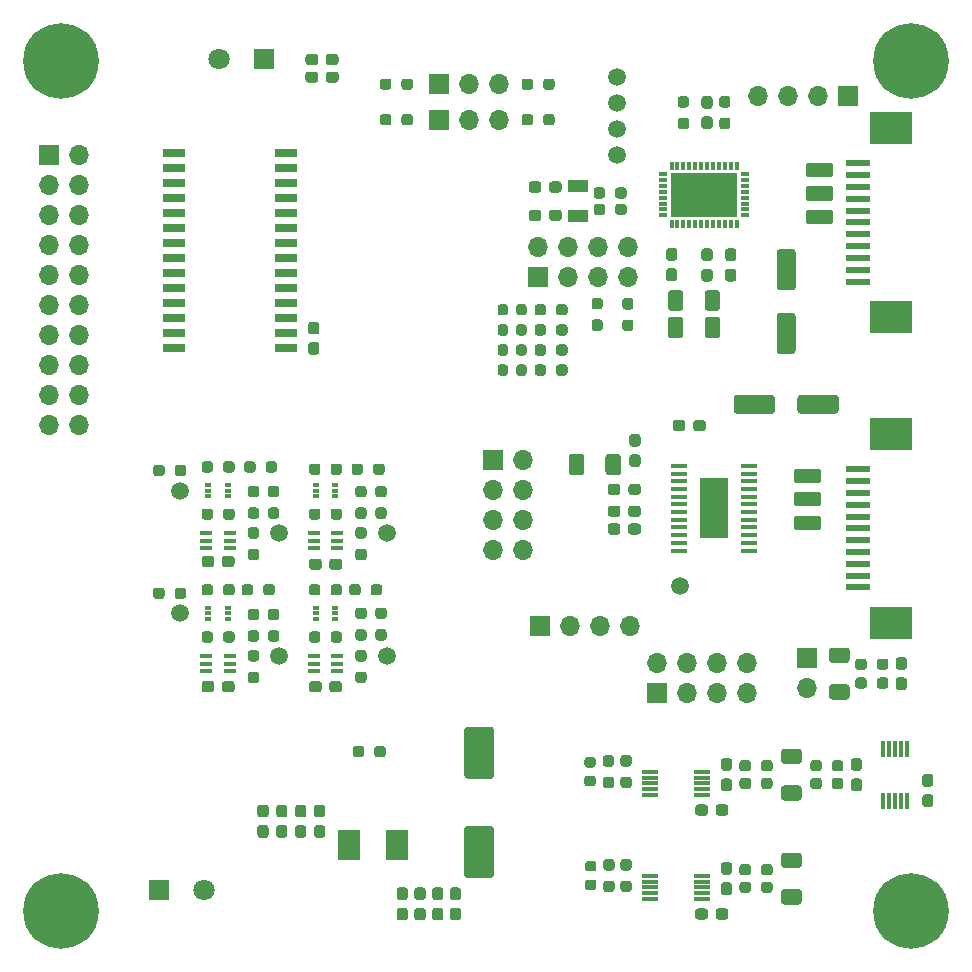
<source format=gbr>
G04 #@! TF.GenerationSoftware,KiCad,Pcbnew,(5.1.12)-1*
G04 #@! TF.CreationDate,2022-01-20T23:42:31+07:00*
G04 #@! TF.ProjectId,Driver_Board,44726976-6572-45f4-926f-6172642e6b69,v.2.0*
G04 #@! TF.SameCoordinates,Original*
G04 #@! TF.FileFunction,Soldermask,Top*
G04 #@! TF.FilePolarity,Negative*
%FSLAX46Y46*%
G04 Gerber Fmt 4.6, Leading zero omitted, Abs format (unit mm)*
G04 Created by KiCad (PCBNEW (5.1.12)-1) date 2022-01-20 23:42:31*
%MOMM*%
%LPD*%
G01*
G04 APERTURE LIST*
%ADD10R,1.475000X0.450000*%
%ADD11R,2.400000X5.160000*%
%ADD12O,1.700000X1.700000*%
%ADD13R,1.700000X1.700000*%
%ADD14C,6.400000*%
%ADD15C,0.800000*%
%ADD16R,0.492000X0.300000*%
%ADD17R,1.400000X0.300000*%
%ADD18R,0.300000X1.400000*%
%ADD19R,0.300000X0.800000*%
%ADD20R,0.800000X0.300000*%
%ADD21R,5.710000X3.710000*%
%ADD22R,1.000000X0.400000*%
%ADD23C,1.500000*%
%ADD24R,1.800000X1.000000*%
%ADD25R,1.900000X2.500000*%
%ADD26R,2.000000X0.610000*%
%ADD27R,3.600000X2.680000*%
%ADD28R,1.925000X0.700000*%
%ADD29C,1.800000*%
%ADD30R,1.800000X1.800000*%
%ADD31C,0.254000*%
%ADD32C,0.100000*%
G04 APERTURE END LIST*
D10*
X176362000Y-98325000D03*
X176362000Y-98975000D03*
X176362000Y-99625000D03*
X176362000Y-100275000D03*
X176362000Y-100925000D03*
X176362000Y-101575000D03*
X176362000Y-102225000D03*
X176362000Y-102875000D03*
X176362000Y-103525000D03*
X176362000Y-104175000D03*
X176362000Y-104825000D03*
X176362000Y-105475000D03*
X182238000Y-105475000D03*
X182238000Y-104825000D03*
X182238000Y-104175000D03*
X182238000Y-103525000D03*
X182238000Y-102875000D03*
X182238000Y-102225000D03*
X182238000Y-101575000D03*
X182238000Y-100925000D03*
X182238000Y-100275000D03*
X182238000Y-99625000D03*
X182238000Y-98975000D03*
X182238000Y-98325000D03*
D11*
X179300000Y-101900000D03*
D12*
X172220000Y-111900000D03*
X169680000Y-111900000D03*
X167140000Y-111900000D03*
D13*
X164600000Y-111900000D03*
G36*
G01*
X173100000Y-101912500D02*
X173100000Y-102387500D01*
G75*
G02*
X172862500Y-102625000I-237500J0D01*
G01*
X172262500Y-102625000D01*
G75*
G02*
X172025000Y-102387500I0J237500D01*
G01*
X172025000Y-101912500D01*
G75*
G02*
X172262500Y-101675000I237500J0D01*
G01*
X172862500Y-101675000D01*
G75*
G02*
X173100000Y-101912500I0J-237500D01*
G01*
G37*
G36*
G01*
X171375000Y-101912500D02*
X171375000Y-102387500D01*
G75*
G02*
X171137500Y-102625000I-237500J0D01*
G01*
X170537500Y-102625000D01*
G75*
G02*
X170300000Y-102387500I0J237500D01*
G01*
X170300000Y-101912500D01*
G75*
G02*
X170537500Y-101675000I237500J0D01*
G01*
X171137500Y-101675000D01*
G75*
G02*
X171375000Y-101912500I0J-237500D01*
G01*
G37*
G36*
G01*
X172025000Y-103887500D02*
X172025000Y-103412500D01*
G75*
G02*
X172262500Y-103175000I237500J0D01*
G01*
X172862500Y-103175000D01*
G75*
G02*
X173100000Y-103412500I0J-237500D01*
G01*
X173100000Y-103887500D01*
G75*
G02*
X172862500Y-104125000I-237500J0D01*
G01*
X172262500Y-104125000D01*
G75*
G02*
X172025000Y-103887500I0J237500D01*
G01*
G37*
G36*
G01*
X170300000Y-103887500D02*
X170300000Y-103412500D01*
G75*
G02*
X170537500Y-103175000I237500J0D01*
G01*
X171137500Y-103175000D01*
G75*
G02*
X171375000Y-103412500I0J-237500D01*
G01*
X171375000Y-103887500D01*
G75*
G02*
X171137500Y-104125000I-237500J0D01*
G01*
X170537500Y-104125000D01*
G75*
G02*
X170300000Y-103887500I0J237500D01*
G01*
G37*
G36*
G01*
X172362500Y-95600000D02*
X172837500Y-95600000D01*
G75*
G02*
X173075000Y-95837500I0J-237500D01*
G01*
X173075000Y-96437500D01*
G75*
G02*
X172837500Y-96675000I-237500J0D01*
G01*
X172362500Y-96675000D01*
G75*
G02*
X172125000Y-96437500I0J237500D01*
G01*
X172125000Y-95837500D01*
G75*
G02*
X172362500Y-95600000I237500J0D01*
G01*
G37*
G36*
G01*
X172362500Y-97325000D02*
X172837500Y-97325000D01*
G75*
G02*
X173075000Y-97562500I0J-237500D01*
G01*
X173075000Y-98162500D01*
G75*
G02*
X172837500Y-98400000I-237500J0D01*
G01*
X172362500Y-98400000D01*
G75*
G02*
X172125000Y-98162500I0J237500D01*
G01*
X172125000Y-97562500D01*
G75*
G02*
X172362500Y-97325000I237500J0D01*
G01*
G37*
G36*
G01*
X176875000Y-94662500D02*
X176875000Y-95137500D01*
G75*
G02*
X176637500Y-95375000I-237500J0D01*
G01*
X176037500Y-95375000D01*
G75*
G02*
X175800000Y-95137500I0J237500D01*
G01*
X175800000Y-94662500D01*
G75*
G02*
X176037500Y-94425000I237500J0D01*
G01*
X176637500Y-94425000D01*
G75*
G02*
X176875000Y-94662500I0J-237500D01*
G01*
G37*
G36*
G01*
X178600000Y-94662500D02*
X178600000Y-95137500D01*
G75*
G02*
X178362500Y-95375000I-237500J0D01*
G01*
X177762500Y-95375000D01*
G75*
G02*
X177525000Y-95137500I0J237500D01*
G01*
X177525000Y-94662500D01*
G75*
G02*
X177762500Y-94425000I237500J0D01*
G01*
X178362500Y-94425000D01*
G75*
G02*
X178600000Y-94662500I0J-237500D01*
G01*
G37*
G36*
G01*
X186350000Y-93650000D02*
X186350000Y-92550000D01*
G75*
G02*
X186600000Y-92300000I250000J0D01*
G01*
X189600000Y-92300000D01*
G75*
G02*
X189850000Y-92550000I0J-250000D01*
G01*
X189850000Y-93650000D01*
G75*
G02*
X189600000Y-93900000I-250000J0D01*
G01*
X186600000Y-93900000D01*
G75*
G02*
X186350000Y-93650000I0J250000D01*
G01*
G37*
G36*
G01*
X180950000Y-93650000D02*
X180950000Y-92550000D01*
G75*
G02*
X181200000Y-92300000I250000J0D01*
G01*
X184200000Y-92300000D01*
G75*
G02*
X184450000Y-92550000I0J-250000D01*
G01*
X184450000Y-93650000D01*
G75*
G02*
X184200000Y-93900000I-250000J0D01*
G01*
X181200000Y-93900000D01*
G75*
G02*
X180950000Y-93650000I0J250000D01*
G01*
G37*
G36*
G01*
X137625000Y-106637500D02*
X137625000Y-106162500D01*
G75*
G02*
X137862500Y-105925000I237500J0D01*
G01*
X138462500Y-105925000D01*
G75*
G02*
X138700000Y-106162500I0J-237500D01*
G01*
X138700000Y-106637500D01*
G75*
G02*
X138462500Y-106875000I-237500J0D01*
G01*
X137862500Y-106875000D01*
G75*
G02*
X137625000Y-106637500I0J237500D01*
G01*
G37*
G36*
G01*
X135900000Y-106637500D02*
X135900000Y-106162500D01*
G75*
G02*
X136137500Y-105925000I237500J0D01*
G01*
X136737500Y-105925000D01*
G75*
G02*
X136975000Y-106162500I0J-237500D01*
G01*
X136975000Y-106637500D01*
G75*
G02*
X136737500Y-106875000I-237500J0D01*
G01*
X136137500Y-106875000D01*
G75*
G02*
X135900000Y-106637500I0J237500D01*
G01*
G37*
G36*
G01*
X135900000Y-117237500D02*
X135900000Y-116762500D01*
G75*
G02*
X136137500Y-116525000I237500J0D01*
G01*
X136737500Y-116525000D01*
G75*
G02*
X136975000Y-116762500I0J-237500D01*
G01*
X136975000Y-117237500D01*
G75*
G02*
X136737500Y-117475000I-237500J0D01*
G01*
X136137500Y-117475000D01*
G75*
G02*
X135900000Y-117237500I0J237500D01*
G01*
G37*
G36*
G01*
X137625000Y-117237500D02*
X137625000Y-116762500D01*
G75*
G02*
X137862500Y-116525000I237500J0D01*
G01*
X138462500Y-116525000D01*
G75*
G02*
X138700000Y-116762500I0J-237500D01*
G01*
X138700000Y-117237500D01*
G75*
G02*
X138462500Y-117475000I-237500J0D01*
G01*
X137862500Y-117475000D01*
G75*
G02*
X137625000Y-117237500I0J237500D01*
G01*
G37*
G36*
G01*
X145000000Y-106887500D02*
X145000000Y-106412500D01*
G75*
G02*
X145237500Y-106175000I237500J0D01*
G01*
X145837500Y-106175000D01*
G75*
G02*
X146075000Y-106412500I0J-237500D01*
G01*
X146075000Y-106887500D01*
G75*
G02*
X145837500Y-107125000I-237500J0D01*
G01*
X145237500Y-107125000D01*
G75*
G02*
X145000000Y-106887500I0J237500D01*
G01*
G37*
G36*
G01*
X146725000Y-106887500D02*
X146725000Y-106412500D01*
G75*
G02*
X146962500Y-106175000I237500J0D01*
G01*
X147562500Y-106175000D01*
G75*
G02*
X147800000Y-106412500I0J-237500D01*
G01*
X147800000Y-106887500D01*
G75*
G02*
X147562500Y-107125000I-237500J0D01*
G01*
X146962500Y-107125000D01*
G75*
G02*
X146725000Y-106887500I0J237500D01*
G01*
G37*
G36*
G01*
X145000000Y-117237500D02*
X145000000Y-116762500D01*
G75*
G02*
X145237500Y-116525000I237500J0D01*
G01*
X145837500Y-116525000D01*
G75*
G02*
X146075000Y-116762500I0J-237500D01*
G01*
X146075000Y-117237500D01*
G75*
G02*
X145837500Y-117475000I-237500J0D01*
G01*
X145237500Y-117475000D01*
G75*
G02*
X145000000Y-117237500I0J237500D01*
G01*
G37*
G36*
G01*
X146725000Y-117237500D02*
X146725000Y-116762500D01*
G75*
G02*
X146962500Y-116525000I237500J0D01*
G01*
X147562500Y-116525000D01*
G75*
G02*
X147800000Y-116762500I0J-237500D01*
G01*
X147800000Y-117237500D01*
G75*
G02*
X147562500Y-117475000I-237500J0D01*
G01*
X146962500Y-117475000D01*
G75*
G02*
X146725000Y-117237500I0J237500D01*
G01*
G37*
G36*
G01*
X177700000Y-136487500D02*
X177700000Y-136012500D01*
G75*
G02*
X177937500Y-135775000I237500J0D01*
G01*
X178537500Y-135775000D01*
G75*
G02*
X178775000Y-136012500I0J-237500D01*
G01*
X178775000Y-136487500D01*
G75*
G02*
X178537500Y-136725000I-237500J0D01*
G01*
X177937500Y-136725000D01*
G75*
G02*
X177700000Y-136487500I0J237500D01*
G01*
G37*
G36*
G01*
X179425000Y-136487500D02*
X179425000Y-136012500D01*
G75*
G02*
X179662500Y-135775000I237500J0D01*
G01*
X180262500Y-135775000D01*
G75*
G02*
X180500000Y-136012500I0J-237500D01*
G01*
X180500000Y-136487500D01*
G75*
G02*
X180262500Y-136725000I-237500J0D01*
G01*
X179662500Y-136725000D01*
G75*
G02*
X179425000Y-136487500I0J237500D01*
G01*
G37*
G36*
G01*
X179425000Y-127687500D02*
X179425000Y-127212500D01*
G75*
G02*
X179662500Y-126975000I237500J0D01*
G01*
X180262500Y-126975000D01*
G75*
G02*
X180500000Y-127212500I0J-237500D01*
G01*
X180500000Y-127687500D01*
G75*
G02*
X180262500Y-127925000I-237500J0D01*
G01*
X179662500Y-127925000D01*
G75*
G02*
X179425000Y-127687500I0J237500D01*
G01*
G37*
G36*
G01*
X177700000Y-127687500D02*
X177700000Y-127212500D01*
G75*
G02*
X177937500Y-126975000I237500J0D01*
G01*
X178537500Y-126975000D01*
G75*
G02*
X178775000Y-127212500I0J-237500D01*
G01*
X178775000Y-127687500D01*
G75*
G02*
X178537500Y-127925000I-237500J0D01*
G01*
X177937500Y-127925000D01*
G75*
G02*
X177700000Y-127687500I0J237500D01*
G01*
G37*
G36*
G01*
X180112500Y-133575000D02*
X180587500Y-133575000D01*
G75*
G02*
X180825000Y-133812500I0J-237500D01*
G01*
X180825000Y-134412500D01*
G75*
G02*
X180587500Y-134650000I-237500J0D01*
G01*
X180112500Y-134650000D01*
G75*
G02*
X179875000Y-134412500I0J237500D01*
G01*
X179875000Y-133812500D01*
G75*
G02*
X180112500Y-133575000I237500J0D01*
G01*
G37*
G36*
G01*
X180112500Y-131850000D02*
X180587500Y-131850000D01*
G75*
G02*
X180825000Y-132087500I0J-237500D01*
G01*
X180825000Y-132687500D01*
G75*
G02*
X180587500Y-132925000I-237500J0D01*
G01*
X180112500Y-132925000D01*
G75*
G02*
X179875000Y-132687500I0J237500D01*
G01*
X179875000Y-132087500D01*
G75*
G02*
X180112500Y-131850000I237500J0D01*
G01*
G37*
G36*
G01*
X180112500Y-123050000D02*
X180587500Y-123050000D01*
G75*
G02*
X180825000Y-123287500I0J-237500D01*
G01*
X180825000Y-123887500D01*
G75*
G02*
X180587500Y-124125000I-237500J0D01*
G01*
X180112500Y-124125000D01*
G75*
G02*
X179875000Y-123887500I0J237500D01*
G01*
X179875000Y-123287500D01*
G75*
G02*
X180112500Y-123050000I237500J0D01*
G01*
G37*
G36*
G01*
X180112500Y-124775000D02*
X180587500Y-124775000D01*
G75*
G02*
X180825000Y-125012500I0J-237500D01*
G01*
X180825000Y-125612500D01*
G75*
G02*
X180587500Y-125850000I-237500J0D01*
G01*
X180112500Y-125850000D01*
G75*
G02*
X179875000Y-125612500I0J237500D01*
G01*
X179875000Y-125012500D01*
G75*
G02*
X180112500Y-124775000I237500J0D01*
G01*
G37*
G36*
G01*
X191112500Y-123050000D02*
X191587500Y-123050000D01*
G75*
G02*
X191825000Y-123287500I0J-237500D01*
G01*
X191825000Y-123887500D01*
G75*
G02*
X191587500Y-124125000I-237500J0D01*
G01*
X191112500Y-124125000D01*
G75*
G02*
X190875000Y-123887500I0J237500D01*
G01*
X190875000Y-123287500D01*
G75*
G02*
X191112500Y-123050000I237500J0D01*
G01*
G37*
G36*
G01*
X191112500Y-124775000D02*
X191587500Y-124775000D01*
G75*
G02*
X191825000Y-125012500I0J-237500D01*
G01*
X191825000Y-125612500D01*
G75*
G02*
X191587500Y-125850000I-237500J0D01*
G01*
X191112500Y-125850000D01*
G75*
G02*
X190875000Y-125612500I0J237500D01*
G01*
X190875000Y-125012500D01*
G75*
G02*
X191112500Y-124775000I237500J0D01*
G01*
G37*
G36*
G01*
X195387500Y-115575000D02*
X194912500Y-115575000D01*
G75*
G02*
X194675000Y-115337500I0J237500D01*
G01*
X194675000Y-114737500D01*
G75*
G02*
X194912500Y-114500000I237500J0D01*
G01*
X195387500Y-114500000D01*
G75*
G02*
X195625000Y-114737500I0J-237500D01*
G01*
X195625000Y-115337500D01*
G75*
G02*
X195387500Y-115575000I-237500J0D01*
G01*
G37*
G36*
G01*
X195387500Y-117300000D02*
X194912500Y-117300000D01*
G75*
G02*
X194675000Y-117062500I0J237500D01*
G01*
X194675000Y-116462500D01*
G75*
G02*
X194912500Y-116225000I237500J0D01*
G01*
X195387500Y-116225000D01*
G75*
G02*
X195625000Y-116462500I0J-237500D01*
G01*
X195625000Y-117062500D01*
G75*
G02*
X195387500Y-117300000I-237500J0D01*
G01*
G37*
G36*
G01*
X197637500Y-127200000D02*
X197162500Y-127200000D01*
G75*
G02*
X196925000Y-126962500I0J237500D01*
G01*
X196925000Y-126362500D01*
G75*
G02*
X197162500Y-126125000I237500J0D01*
G01*
X197637500Y-126125000D01*
G75*
G02*
X197875000Y-126362500I0J-237500D01*
G01*
X197875000Y-126962500D01*
G75*
G02*
X197637500Y-127200000I-237500J0D01*
G01*
G37*
G36*
G01*
X197637500Y-125475000D02*
X197162500Y-125475000D01*
G75*
G02*
X196925000Y-125237500I0J237500D01*
G01*
X196925000Y-124637500D01*
G75*
G02*
X197162500Y-124400000I237500J0D01*
G01*
X197637500Y-124400000D01*
G75*
G02*
X197875000Y-124637500I0J-237500D01*
G01*
X197875000Y-125237500D01*
G75*
G02*
X197637500Y-125475000I-237500J0D01*
G01*
G37*
G36*
G01*
X175462500Y-81587500D02*
X175937500Y-81587500D01*
G75*
G02*
X176175000Y-81825000I0J-237500D01*
G01*
X176175000Y-82425000D01*
G75*
G02*
X175937500Y-82662500I-237500J0D01*
G01*
X175462500Y-82662500D01*
G75*
G02*
X175225000Y-82425000I0J237500D01*
G01*
X175225000Y-81825000D01*
G75*
G02*
X175462500Y-81587500I237500J0D01*
G01*
G37*
G36*
G01*
X175462500Y-79862500D02*
X175937500Y-79862500D01*
G75*
G02*
X176175000Y-80100000I0J-237500D01*
G01*
X176175000Y-80700000D01*
G75*
G02*
X175937500Y-80937500I-237500J0D01*
G01*
X175462500Y-80937500D01*
G75*
G02*
X175225000Y-80700000I0J237500D01*
G01*
X175225000Y-80100000D01*
G75*
G02*
X175462500Y-79862500I237500J0D01*
G01*
G37*
G36*
G01*
X180937500Y-82700000D02*
X180462500Y-82700000D01*
G75*
G02*
X180225000Y-82462500I0J237500D01*
G01*
X180225000Y-81862500D01*
G75*
G02*
X180462500Y-81625000I237500J0D01*
G01*
X180937500Y-81625000D01*
G75*
G02*
X181175000Y-81862500I0J-237500D01*
G01*
X181175000Y-82462500D01*
G75*
G02*
X180937500Y-82700000I-237500J0D01*
G01*
G37*
G36*
G01*
X180937500Y-80975000D02*
X180462500Y-80975000D01*
G75*
G02*
X180225000Y-80737500I0J237500D01*
G01*
X180225000Y-80137500D01*
G75*
G02*
X180462500Y-79900000I237500J0D01*
G01*
X180937500Y-79900000D01*
G75*
G02*
X181175000Y-80137500I0J-237500D01*
G01*
X181175000Y-80737500D01*
G75*
G02*
X180937500Y-80975000I-237500J0D01*
G01*
G37*
G36*
G01*
X178937500Y-82700000D02*
X178462500Y-82700000D01*
G75*
G02*
X178225000Y-82462500I0J237500D01*
G01*
X178225000Y-81862500D01*
G75*
G02*
X178462500Y-81625000I237500J0D01*
G01*
X178937500Y-81625000D01*
G75*
G02*
X179175000Y-81862500I0J-237500D01*
G01*
X179175000Y-82462500D01*
G75*
G02*
X178937500Y-82700000I-237500J0D01*
G01*
G37*
G36*
G01*
X178937500Y-80975000D02*
X178462500Y-80975000D01*
G75*
G02*
X178225000Y-80737500I0J237500D01*
G01*
X178225000Y-80137500D01*
G75*
G02*
X178462500Y-79900000I237500J0D01*
G01*
X178937500Y-79900000D01*
G75*
G02*
X179175000Y-80137500I0J-237500D01*
G01*
X179175000Y-80737500D01*
G75*
G02*
X178937500Y-80975000I-237500J0D01*
G01*
G37*
G36*
G01*
X178937500Y-69800000D02*
X178462500Y-69800000D01*
G75*
G02*
X178225000Y-69562500I0J237500D01*
G01*
X178225000Y-68962500D01*
G75*
G02*
X178462500Y-68725000I237500J0D01*
G01*
X178937500Y-68725000D01*
G75*
G02*
X179175000Y-68962500I0J-237500D01*
G01*
X179175000Y-69562500D01*
G75*
G02*
X178937500Y-69800000I-237500J0D01*
G01*
G37*
G36*
G01*
X178937500Y-68075000D02*
X178462500Y-68075000D01*
G75*
G02*
X178225000Y-67837500I0J237500D01*
G01*
X178225000Y-67237500D01*
G75*
G02*
X178462500Y-67000000I237500J0D01*
G01*
X178937500Y-67000000D01*
G75*
G02*
X179175000Y-67237500I0J-237500D01*
G01*
X179175000Y-67837500D01*
G75*
G02*
X178937500Y-68075000I-237500J0D01*
G01*
G37*
G36*
G01*
X164675000Y-74462500D02*
X164675000Y-74937500D01*
G75*
G02*
X164437500Y-75175000I-237500J0D01*
G01*
X163837500Y-75175000D01*
G75*
G02*
X163600000Y-74937500I0J237500D01*
G01*
X163600000Y-74462500D01*
G75*
G02*
X163837500Y-74225000I237500J0D01*
G01*
X164437500Y-74225000D01*
G75*
G02*
X164675000Y-74462500I0J-237500D01*
G01*
G37*
G36*
G01*
X166400000Y-74462500D02*
X166400000Y-74937500D01*
G75*
G02*
X166162500Y-75175000I-237500J0D01*
G01*
X165562500Y-75175000D01*
G75*
G02*
X165325000Y-74937500I0J237500D01*
G01*
X165325000Y-74462500D01*
G75*
G02*
X165562500Y-74225000I237500J0D01*
G01*
X166162500Y-74225000D01*
G75*
G02*
X166400000Y-74462500I0J-237500D01*
G01*
G37*
G36*
G01*
X164675000Y-76862500D02*
X164675000Y-77337500D01*
G75*
G02*
X164437500Y-77575000I-237500J0D01*
G01*
X163837500Y-77575000D01*
G75*
G02*
X163600000Y-77337500I0J237500D01*
G01*
X163600000Y-76862500D01*
G75*
G02*
X163837500Y-76625000I237500J0D01*
G01*
X164437500Y-76625000D01*
G75*
G02*
X164675000Y-76862500I0J-237500D01*
G01*
G37*
G36*
G01*
X166400000Y-76862500D02*
X166400000Y-77337500D01*
G75*
G02*
X166162500Y-77575000I-237500J0D01*
G01*
X165562500Y-77575000D01*
G75*
G02*
X165325000Y-77337500I0J237500D01*
G01*
X165325000Y-76862500D01*
G75*
G02*
X165562500Y-76625000I237500J0D01*
G01*
X166162500Y-76625000D01*
G75*
G02*
X166400000Y-76862500I0J-237500D01*
G01*
G37*
G36*
G01*
X141337500Y-129800000D02*
X140862500Y-129800000D01*
G75*
G02*
X140625000Y-129562500I0J237500D01*
G01*
X140625000Y-128962500D01*
G75*
G02*
X140862500Y-128725000I237500J0D01*
G01*
X141337500Y-128725000D01*
G75*
G02*
X141575000Y-128962500I0J-237500D01*
G01*
X141575000Y-129562500D01*
G75*
G02*
X141337500Y-129800000I-237500J0D01*
G01*
G37*
G36*
G01*
X141337500Y-128075000D02*
X140862500Y-128075000D01*
G75*
G02*
X140625000Y-127837500I0J237500D01*
G01*
X140625000Y-127237500D01*
G75*
G02*
X140862500Y-127000000I237500J0D01*
G01*
X141337500Y-127000000D01*
G75*
G02*
X141575000Y-127237500I0J-237500D01*
G01*
X141575000Y-127837500D01*
G75*
G02*
X141337500Y-128075000I-237500J0D01*
G01*
G37*
G36*
G01*
X142937500Y-128075000D02*
X142462500Y-128075000D01*
G75*
G02*
X142225000Y-127837500I0J237500D01*
G01*
X142225000Y-127237500D01*
G75*
G02*
X142462500Y-127000000I237500J0D01*
G01*
X142937500Y-127000000D01*
G75*
G02*
X143175000Y-127237500I0J-237500D01*
G01*
X143175000Y-127837500D01*
G75*
G02*
X142937500Y-128075000I-237500J0D01*
G01*
G37*
G36*
G01*
X142937500Y-129800000D02*
X142462500Y-129800000D01*
G75*
G02*
X142225000Y-129562500I0J237500D01*
G01*
X142225000Y-128962500D01*
G75*
G02*
X142462500Y-128725000I237500J0D01*
G01*
X142937500Y-128725000D01*
G75*
G02*
X143175000Y-128962500I0J-237500D01*
G01*
X143175000Y-129562500D01*
G75*
G02*
X142937500Y-129800000I-237500J0D01*
G01*
G37*
G36*
G01*
X146137500Y-129800000D02*
X145662500Y-129800000D01*
G75*
G02*
X145425000Y-129562500I0J237500D01*
G01*
X145425000Y-128962500D01*
G75*
G02*
X145662500Y-128725000I237500J0D01*
G01*
X146137500Y-128725000D01*
G75*
G02*
X146375000Y-128962500I0J-237500D01*
G01*
X146375000Y-129562500D01*
G75*
G02*
X146137500Y-129800000I-237500J0D01*
G01*
G37*
G36*
G01*
X146137500Y-128075000D02*
X145662500Y-128075000D01*
G75*
G02*
X145425000Y-127837500I0J237500D01*
G01*
X145425000Y-127237500D01*
G75*
G02*
X145662500Y-127000000I237500J0D01*
G01*
X146137500Y-127000000D01*
G75*
G02*
X146375000Y-127237500I0J-237500D01*
G01*
X146375000Y-127837500D01*
G75*
G02*
X146137500Y-128075000I-237500J0D01*
G01*
G37*
G36*
G01*
X144537500Y-128075000D02*
X144062500Y-128075000D01*
G75*
G02*
X143825000Y-127837500I0J237500D01*
G01*
X143825000Y-127237500D01*
G75*
G02*
X144062500Y-127000000I237500J0D01*
G01*
X144537500Y-127000000D01*
G75*
G02*
X144775000Y-127237500I0J-237500D01*
G01*
X144775000Y-127837500D01*
G75*
G02*
X144537500Y-128075000I-237500J0D01*
G01*
G37*
G36*
G01*
X144537500Y-129800000D02*
X144062500Y-129800000D01*
G75*
G02*
X143825000Y-129562500I0J237500D01*
G01*
X143825000Y-128962500D01*
G75*
G02*
X144062500Y-128725000I237500J0D01*
G01*
X144537500Y-128725000D01*
G75*
G02*
X144775000Y-128962500I0J-237500D01*
G01*
X144775000Y-129562500D01*
G75*
G02*
X144537500Y-129800000I-237500J0D01*
G01*
G37*
G36*
G01*
X154162500Y-135725000D02*
X154637500Y-135725000D01*
G75*
G02*
X154875000Y-135962500I0J-237500D01*
G01*
X154875000Y-136562500D01*
G75*
G02*
X154637500Y-136800000I-237500J0D01*
G01*
X154162500Y-136800000D01*
G75*
G02*
X153925000Y-136562500I0J237500D01*
G01*
X153925000Y-135962500D01*
G75*
G02*
X154162500Y-135725000I237500J0D01*
G01*
G37*
G36*
G01*
X154162500Y-134000000D02*
X154637500Y-134000000D01*
G75*
G02*
X154875000Y-134237500I0J-237500D01*
G01*
X154875000Y-134837500D01*
G75*
G02*
X154637500Y-135075000I-237500J0D01*
G01*
X154162500Y-135075000D01*
G75*
G02*
X153925000Y-134837500I0J237500D01*
G01*
X153925000Y-134237500D01*
G75*
G02*
X154162500Y-134000000I237500J0D01*
G01*
G37*
G36*
G01*
X152662500Y-134000000D02*
X153137500Y-134000000D01*
G75*
G02*
X153375000Y-134237500I0J-237500D01*
G01*
X153375000Y-134837500D01*
G75*
G02*
X153137500Y-135075000I-237500J0D01*
G01*
X152662500Y-135075000D01*
G75*
G02*
X152425000Y-134837500I0J237500D01*
G01*
X152425000Y-134237500D01*
G75*
G02*
X152662500Y-134000000I237500J0D01*
G01*
G37*
G36*
G01*
X152662500Y-135725000D02*
X153137500Y-135725000D01*
G75*
G02*
X153375000Y-135962500I0J-237500D01*
G01*
X153375000Y-136562500D01*
G75*
G02*
X153137500Y-136800000I-237500J0D01*
G01*
X152662500Y-136800000D01*
G75*
G02*
X152425000Y-136562500I0J237500D01*
G01*
X152425000Y-135962500D01*
G75*
G02*
X152662500Y-135725000I237500J0D01*
G01*
G37*
G36*
G01*
X155662500Y-135725000D02*
X156137500Y-135725000D01*
G75*
G02*
X156375000Y-135962500I0J-237500D01*
G01*
X156375000Y-136562500D01*
G75*
G02*
X156137500Y-136800000I-237500J0D01*
G01*
X155662500Y-136800000D01*
G75*
G02*
X155425000Y-136562500I0J237500D01*
G01*
X155425000Y-135962500D01*
G75*
G02*
X155662500Y-135725000I237500J0D01*
G01*
G37*
G36*
G01*
X155662500Y-134000000D02*
X156137500Y-134000000D01*
G75*
G02*
X156375000Y-134237500I0J-237500D01*
G01*
X156375000Y-134837500D01*
G75*
G02*
X156137500Y-135075000I-237500J0D01*
G01*
X155662500Y-135075000D01*
G75*
G02*
X155425000Y-134837500I0J237500D01*
G01*
X155425000Y-134237500D01*
G75*
G02*
X155662500Y-134000000I237500J0D01*
G01*
G37*
G36*
G01*
X157162500Y-135725000D02*
X157637500Y-135725000D01*
G75*
G02*
X157875000Y-135962500I0J-237500D01*
G01*
X157875000Y-136562500D01*
G75*
G02*
X157637500Y-136800000I-237500J0D01*
G01*
X157162500Y-136800000D01*
G75*
G02*
X156925000Y-136562500I0J237500D01*
G01*
X156925000Y-135962500D01*
G75*
G02*
X157162500Y-135725000I237500J0D01*
G01*
G37*
G36*
G01*
X157162500Y-134000000D02*
X157637500Y-134000000D01*
G75*
G02*
X157875000Y-134237500I0J-237500D01*
G01*
X157875000Y-134837500D01*
G75*
G02*
X157637500Y-135075000I-237500J0D01*
G01*
X157162500Y-135075000D01*
G75*
G02*
X156925000Y-134837500I0J237500D01*
G01*
X156925000Y-134237500D01*
G75*
G02*
X157162500Y-134000000I237500J0D01*
G01*
G37*
G36*
G01*
X169056250Y-125425000D02*
X168543750Y-125425000D01*
G75*
G02*
X168325000Y-125206250I0J218750D01*
G01*
X168325000Y-124768750D01*
G75*
G02*
X168543750Y-124550000I218750J0D01*
G01*
X169056250Y-124550000D01*
G75*
G02*
X169275000Y-124768750I0J-218750D01*
G01*
X169275000Y-125206250D01*
G75*
G02*
X169056250Y-125425000I-218750J0D01*
G01*
G37*
G36*
G01*
X169056250Y-123850000D02*
X168543750Y-123850000D01*
G75*
G02*
X168325000Y-123631250I0J218750D01*
G01*
X168325000Y-123193750D01*
G75*
G02*
X168543750Y-122975000I218750J0D01*
G01*
X169056250Y-122975000D01*
G75*
G02*
X169275000Y-123193750I0J-218750D01*
G01*
X169275000Y-123631250D01*
G75*
G02*
X169056250Y-123850000I-218750J0D01*
G01*
G37*
G36*
G01*
X169106250Y-134225000D02*
X168593750Y-134225000D01*
G75*
G02*
X168375000Y-134006250I0J218750D01*
G01*
X168375000Y-133568750D01*
G75*
G02*
X168593750Y-133350000I218750J0D01*
G01*
X169106250Y-133350000D01*
G75*
G02*
X169325000Y-133568750I0J-218750D01*
G01*
X169325000Y-134006250D01*
G75*
G02*
X169106250Y-134225000I-218750J0D01*
G01*
G37*
G36*
G01*
X169106250Y-132650000D02*
X168593750Y-132650000D01*
G75*
G02*
X168375000Y-132431250I0J218750D01*
G01*
X168375000Y-131993750D01*
G75*
G02*
X168593750Y-131775000I218750J0D01*
G01*
X169106250Y-131775000D01*
G75*
G02*
X169325000Y-131993750I0J-218750D01*
G01*
X169325000Y-132431250D01*
G75*
G02*
X169106250Y-132650000I-218750J0D01*
G01*
G37*
G36*
G01*
X161850000Y-88243750D02*
X161850000Y-88756250D01*
G75*
G02*
X161631250Y-88975000I-218750J0D01*
G01*
X161193750Y-88975000D01*
G75*
G02*
X160975000Y-88756250I0J218750D01*
G01*
X160975000Y-88243750D01*
G75*
G02*
X161193750Y-88025000I218750J0D01*
G01*
X161631250Y-88025000D01*
G75*
G02*
X161850000Y-88243750I0J-218750D01*
G01*
G37*
G36*
G01*
X163425000Y-88243750D02*
X163425000Y-88756250D01*
G75*
G02*
X163206250Y-88975000I-218750J0D01*
G01*
X162768750Y-88975000D01*
G75*
G02*
X162550000Y-88756250I0J218750D01*
G01*
X162550000Y-88243750D01*
G75*
G02*
X162768750Y-88025000I218750J0D01*
G01*
X163206250Y-88025000D01*
G75*
G02*
X163425000Y-88243750I0J-218750D01*
G01*
G37*
G36*
G01*
X161850000Y-84843750D02*
X161850000Y-85356250D01*
G75*
G02*
X161631250Y-85575000I-218750J0D01*
G01*
X161193750Y-85575000D01*
G75*
G02*
X160975000Y-85356250I0J218750D01*
G01*
X160975000Y-84843750D01*
G75*
G02*
X161193750Y-84625000I218750J0D01*
G01*
X161631250Y-84625000D01*
G75*
G02*
X161850000Y-84843750I0J-218750D01*
G01*
G37*
G36*
G01*
X163425000Y-84843750D02*
X163425000Y-85356250D01*
G75*
G02*
X163206250Y-85575000I-218750J0D01*
G01*
X162768750Y-85575000D01*
G75*
G02*
X162550000Y-85356250I0J218750D01*
G01*
X162550000Y-84843750D01*
G75*
G02*
X162768750Y-84625000I218750J0D01*
G01*
X163206250Y-84625000D01*
G75*
G02*
X163425000Y-84843750I0J-218750D01*
G01*
G37*
G36*
G01*
X163425000Y-86543750D02*
X163425000Y-87056250D01*
G75*
G02*
X163206250Y-87275000I-218750J0D01*
G01*
X162768750Y-87275000D01*
G75*
G02*
X162550000Y-87056250I0J218750D01*
G01*
X162550000Y-86543750D01*
G75*
G02*
X162768750Y-86325000I218750J0D01*
G01*
X163206250Y-86325000D01*
G75*
G02*
X163425000Y-86543750I0J-218750D01*
G01*
G37*
G36*
G01*
X161850000Y-86543750D02*
X161850000Y-87056250D01*
G75*
G02*
X161631250Y-87275000I-218750J0D01*
G01*
X161193750Y-87275000D01*
G75*
G02*
X160975000Y-87056250I0J218750D01*
G01*
X160975000Y-86543750D01*
G75*
G02*
X161193750Y-86325000I218750J0D01*
G01*
X161631250Y-86325000D01*
G75*
G02*
X161850000Y-86543750I0J-218750D01*
G01*
G37*
G36*
G01*
X161850000Y-89943750D02*
X161850000Y-90456250D01*
G75*
G02*
X161631250Y-90675000I-218750J0D01*
G01*
X161193750Y-90675000D01*
G75*
G02*
X160975000Y-90456250I0J218750D01*
G01*
X160975000Y-89943750D01*
G75*
G02*
X161193750Y-89725000I218750J0D01*
G01*
X161631250Y-89725000D01*
G75*
G02*
X161850000Y-89943750I0J-218750D01*
G01*
G37*
G36*
G01*
X163425000Y-89943750D02*
X163425000Y-90456250D01*
G75*
G02*
X163206250Y-90675000I-218750J0D01*
G01*
X162768750Y-90675000D01*
G75*
G02*
X162550000Y-90456250I0J218750D01*
G01*
X162550000Y-89943750D01*
G75*
G02*
X162768750Y-89725000I218750J0D01*
G01*
X163206250Y-89725000D01*
G75*
G02*
X163425000Y-89943750I0J-218750D01*
G01*
G37*
D14*
X124000000Y-64000000D03*
D15*
X126400000Y-64000000D03*
X125697056Y-65697056D03*
X124000000Y-66400000D03*
X122302944Y-65697056D03*
X121600000Y-64000000D03*
X122302944Y-62302944D03*
X124000000Y-61600000D03*
X125697056Y-62302944D03*
X197697056Y-62302944D03*
X196000000Y-61600000D03*
X194302944Y-62302944D03*
X193600000Y-64000000D03*
X194302944Y-65697056D03*
X196000000Y-66400000D03*
X197697056Y-65697056D03*
X198400000Y-64000000D03*
D14*
X196000000Y-64000000D03*
X196000000Y-136000000D03*
D15*
X198400000Y-136000000D03*
X197697056Y-137697056D03*
X196000000Y-138400000D03*
X194302944Y-137697056D03*
X193600000Y-136000000D03*
X194302944Y-134302944D03*
X196000000Y-133600000D03*
X197697056Y-134302944D03*
X125697056Y-134302944D03*
X124000000Y-133600000D03*
X122302944Y-134302944D03*
X121600000Y-136000000D03*
X122302944Y-137697056D03*
X124000000Y-138400000D03*
X125697056Y-137697056D03*
X126400000Y-136000000D03*
D14*
X124000000Y-136000000D03*
D16*
X138134000Y-99900000D03*
X138134000Y-100400000D03*
X138134000Y-100900000D03*
X136466000Y-100900000D03*
X136466000Y-100400000D03*
X136466000Y-99900000D03*
X136466000Y-110300000D03*
X136466000Y-110800000D03*
X136466000Y-111300000D03*
X138134000Y-111300000D03*
X138134000Y-110800000D03*
X138134000Y-110300000D03*
X145566000Y-99900000D03*
X145566000Y-100400000D03*
X145566000Y-100900000D03*
X147234000Y-100900000D03*
X147234000Y-100400000D03*
X147234000Y-99900000D03*
X147234000Y-110300000D03*
X147234000Y-110800000D03*
X147234000Y-111300000D03*
X145566000Y-111300000D03*
X145566000Y-110800000D03*
X145566000Y-110300000D03*
D17*
X173900000Y-133000000D03*
X173900000Y-133500000D03*
X173900000Y-134000000D03*
X173900000Y-134500000D03*
X173900000Y-135000000D03*
X178300000Y-135000000D03*
X178300000Y-134500000D03*
X178300000Y-134000000D03*
X178300000Y-133500000D03*
X178300000Y-133000000D03*
X178300000Y-124200000D03*
X178300000Y-124700000D03*
X178300000Y-125200000D03*
X178300000Y-125700000D03*
X178300000Y-126200000D03*
X173900000Y-126200000D03*
X173900000Y-125700000D03*
X173900000Y-125200000D03*
X173900000Y-124700000D03*
X173900000Y-124200000D03*
D18*
X195600000Y-122250000D03*
X195100000Y-122250000D03*
X194600000Y-122250000D03*
X194100000Y-122250000D03*
X193600000Y-122250000D03*
X193600000Y-126650000D03*
X194100000Y-126650000D03*
X194600000Y-126650000D03*
X195100000Y-126650000D03*
X195600000Y-126650000D03*
D19*
X175700000Y-77800000D03*
X176200000Y-77800000D03*
X176700000Y-77800000D03*
X177200000Y-77800000D03*
X177700000Y-77800000D03*
X178200000Y-77800000D03*
X178700000Y-77800000D03*
X179200000Y-77800000D03*
X179700000Y-77800000D03*
X180200000Y-77800000D03*
X180700000Y-77800000D03*
X181200000Y-77800000D03*
D20*
X181900000Y-77100000D03*
X181900000Y-76600000D03*
X181900000Y-76100000D03*
X181900000Y-75600000D03*
X181900000Y-75100000D03*
X181900000Y-74600000D03*
X181900000Y-74100000D03*
X181900000Y-73600000D03*
D19*
X181200000Y-72900000D03*
X180700000Y-72900000D03*
X180200000Y-72900000D03*
X179700000Y-72900000D03*
X179200000Y-72900000D03*
X178700000Y-72900000D03*
X178200000Y-72900000D03*
X177700000Y-72900000D03*
X177200000Y-72900000D03*
X176700000Y-72900000D03*
X176200000Y-72900000D03*
X175700000Y-72900000D03*
D20*
X175000000Y-73600000D03*
X175000000Y-74100000D03*
X175000000Y-74600000D03*
X175000000Y-75100000D03*
X175000000Y-75600000D03*
X175000000Y-76100000D03*
X175000000Y-76600000D03*
X175000000Y-77100000D03*
D21*
X178450000Y-75350000D03*
D13*
X123000000Y-72000000D03*
D12*
X125540000Y-72000000D03*
X123000000Y-74540000D03*
X125540000Y-74540000D03*
X123000000Y-77080000D03*
X125540000Y-77080000D03*
X123000000Y-79620000D03*
X125540000Y-79620000D03*
X123000000Y-82160000D03*
X125540000Y-82160000D03*
X123000000Y-84700000D03*
X125540000Y-84700000D03*
X123000000Y-87240000D03*
X125540000Y-87240000D03*
X123000000Y-89780000D03*
X125540000Y-89780000D03*
X123000000Y-92320000D03*
X125540000Y-92320000D03*
X123000000Y-94860000D03*
X125540000Y-94860000D03*
D13*
X187200000Y-114600000D03*
D12*
X187200000Y-117140000D03*
D13*
X156010000Y-66000000D03*
D12*
X158550000Y-66000000D03*
X161090000Y-66000000D03*
X161080000Y-69000000D03*
X158540000Y-69000000D03*
D13*
X156000000Y-69000000D03*
D22*
X136300000Y-104000000D03*
X136300000Y-104650000D03*
X136300000Y-105300000D03*
X138300000Y-105300000D03*
X138300000Y-104650000D03*
X138300000Y-104000000D03*
X136300000Y-114400000D03*
X136300000Y-115050000D03*
X136300000Y-115700000D03*
X138300000Y-115700000D03*
X138300000Y-115050000D03*
X138300000Y-114400000D03*
X145400000Y-104000000D03*
X145400000Y-104650000D03*
X145400000Y-105300000D03*
X147400000Y-105300000D03*
X147400000Y-104650000D03*
X147400000Y-104000000D03*
X147400000Y-114400000D03*
X147400000Y-115050000D03*
X147400000Y-115700000D03*
X145400000Y-115700000D03*
X145400000Y-115050000D03*
X145400000Y-114400000D03*
G36*
G01*
X142300000Y-98162500D02*
X142300000Y-98637500D01*
G75*
G02*
X142062500Y-98875000I-237500J0D01*
G01*
X141562500Y-98875000D01*
G75*
G02*
X141325000Y-98637500I0J237500D01*
G01*
X141325000Y-98162500D01*
G75*
G02*
X141562500Y-97925000I237500J0D01*
G01*
X142062500Y-97925000D01*
G75*
G02*
X142300000Y-98162500I0J-237500D01*
G01*
G37*
G36*
G01*
X140475000Y-98162500D02*
X140475000Y-98637500D01*
G75*
G02*
X140237500Y-98875000I-237500J0D01*
G01*
X139737500Y-98875000D01*
G75*
G02*
X139500000Y-98637500I0J237500D01*
G01*
X139500000Y-98162500D01*
G75*
G02*
X139737500Y-97925000I237500J0D01*
G01*
X140237500Y-97925000D01*
G75*
G02*
X140475000Y-98162500I0J-237500D01*
G01*
G37*
G36*
G01*
X140275000Y-108562500D02*
X140275000Y-109037500D01*
G75*
G02*
X140037500Y-109275000I-237500J0D01*
G01*
X139537500Y-109275000D01*
G75*
G02*
X139300000Y-109037500I0J237500D01*
G01*
X139300000Y-108562500D01*
G75*
G02*
X139537500Y-108325000I237500J0D01*
G01*
X140037500Y-108325000D01*
G75*
G02*
X140275000Y-108562500I0J-237500D01*
G01*
G37*
G36*
G01*
X142100000Y-108562500D02*
X142100000Y-109037500D01*
G75*
G02*
X141862500Y-109275000I-237500J0D01*
G01*
X141362500Y-109275000D01*
G75*
G02*
X141125000Y-109037500I0J237500D01*
G01*
X141125000Y-108562500D01*
G75*
G02*
X141362500Y-108325000I237500J0D01*
G01*
X141862500Y-108325000D01*
G75*
G02*
X142100000Y-108562500I0J-237500D01*
G01*
G37*
G36*
G01*
X135900000Y-98637500D02*
X135900000Y-98162500D01*
G75*
G02*
X136137500Y-97925000I237500J0D01*
G01*
X136637500Y-97925000D01*
G75*
G02*
X136875000Y-98162500I0J-237500D01*
G01*
X136875000Y-98637500D01*
G75*
G02*
X136637500Y-98875000I-237500J0D01*
G01*
X136137500Y-98875000D01*
G75*
G02*
X135900000Y-98637500I0J237500D01*
G01*
G37*
G36*
G01*
X137725000Y-98637500D02*
X137725000Y-98162500D01*
G75*
G02*
X137962500Y-97925000I237500J0D01*
G01*
X138462500Y-97925000D01*
G75*
G02*
X138700000Y-98162500I0J-237500D01*
G01*
X138700000Y-98637500D01*
G75*
G02*
X138462500Y-98875000I-237500J0D01*
G01*
X137962500Y-98875000D01*
G75*
G02*
X137725000Y-98637500I0J237500D01*
G01*
G37*
G36*
G01*
X135900000Y-109037500D02*
X135900000Y-108562500D01*
G75*
G02*
X136137500Y-108325000I237500J0D01*
G01*
X136637500Y-108325000D01*
G75*
G02*
X136875000Y-108562500I0J-237500D01*
G01*
X136875000Y-109037500D01*
G75*
G02*
X136637500Y-109275000I-237500J0D01*
G01*
X136137500Y-109275000D01*
G75*
G02*
X135900000Y-109037500I0J237500D01*
G01*
G37*
G36*
G01*
X137725000Y-109037500D02*
X137725000Y-108562500D01*
G75*
G02*
X137962500Y-108325000I237500J0D01*
G01*
X138462500Y-108325000D01*
G75*
G02*
X138700000Y-108562500I0J-237500D01*
G01*
X138700000Y-109037500D01*
G75*
G02*
X138462500Y-109275000I-237500J0D01*
G01*
X137962500Y-109275000D01*
G75*
G02*
X137725000Y-109037500I0J237500D01*
G01*
G37*
G36*
G01*
X142237500Y-102800000D02*
X141762500Y-102800000D01*
G75*
G02*
X141525000Y-102562500I0J237500D01*
G01*
X141525000Y-102062500D01*
G75*
G02*
X141762500Y-101825000I237500J0D01*
G01*
X142237500Y-101825000D01*
G75*
G02*
X142475000Y-102062500I0J-237500D01*
G01*
X142475000Y-102562500D01*
G75*
G02*
X142237500Y-102800000I-237500J0D01*
G01*
G37*
G36*
G01*
X142237500Y-100975000D02*
X141762500Y-100975000D01*
G75*
G02*
X141525000Y-100737500I0J237500D01*
G01*
X141525000Y-100237500D01*
G75*
G02*
X141762500Y-100000000I237500J0D01*
G01*
X142237500Y-100000000D01*
G75*
G02*
X142475000Y-100237500I0J-237500D01*
G01*
X142475000Y-100737500D01*
G75*
G02*
X142237500Y-100975000I-237500J0D01*
G01*
G37*
G36*
G01*
X142237500Y-113200000D02*
X141762500Y-113200000D01*
G75*
G02*
X141525000Y-112962500I0J237500D01*
G01*
X141525000Y-112462500D01*
G75*
G02*
X141762500Y-112225000I237500J0D01*
G01*
X142237500Y-112225000D01*
G75*
G02*
X142475000Y-112462500I0J-237500D01*
G01*
X142475000Y-112962500D01*
G75*
G02*
X142237500Y-113200000I-237500J0D01*
G01*
G37*
G36*
G01*
X142237500Y-111375000D02*
X141762500Y-111375000D01*
G75*
G02*
X141525000Y-111137500I0J237500D01*
G01*
X141525000Y-110637500D01*
G75*
G02*
X141762500Y-110400000I237500J0D01*
G01*
X142237500Y-110400000D01*
G75*
G02*
X142475000Y-110637500I0J-237500D01*
G01*
X142475000Y-111137500D01*
G75*
G02*
X142237500Y-111375000I-237500J0D01*
G01*
G37*
G36*
G01*
X140537500Y-104475000D02*
X140062500Y-104475000D01*
G75*
G02*
X139825000Y-104237500I0J237500D01*
G01*
X139825000Y-103737500D01*
G75*
G02*
X140062500Y-103500000I237500J0D01*
G01*
X140537500Y-103500000D01*
G75*
G02*
X140775000Y-103737500I0J-237500D01*
G01*
X140775000Y-104237500D01*
G75*
G02*
X140537500Y-104475000I-237500J0D01*
G01*
G37*
G36*
G01*
X140537500Y-106300000D02*
X140062500Y-106300000D01*
G75*
G02*
X139825000Y-106062500I0J237500D01*
G01*
X139825000Y-105562500D01*
G75*
G02*
X140062500Y-105325000I237500J0D01*
G01*
X140537500Y-105325000D01*
G75*
G02*
X140775000Y-105562500I0J-237500D01*
G01*
X140775000Y-106062500D01*
G75*
G02*
X140537500Y-106300000I-237500J0D01*
G01*
G37*
G36*
G01*
X140537500Y-116700000D02*
X140062500Y-116700000D01*
G75*
G02*
X139825000Y-116462500I0J237500D01*
G01*
X139825000Y-115962500D01*
G75*
G02*
X140062500Y-115725000I237500J0D01*
G01*
X140537500Y-115725000D01*
G75*
G02*
X140775000Y-115962500I0J-237500D01*
G01*
X140775000Y-116462500D01*
G75*
G02*
X140537500Y-116700000I-237500J0D01*
G01*
G37*
G36*
G01*
X140537500Y-114875000D02*
X140062500Y-114875000D01*
G75*
G02*
X139825000Y-114637500I0J237500D01*
G01*
X139825000Y-114137500D01*
G75*
G02*
X140062500Y-113900000I237500J0D01*
G01*
X140537500Y-113900000D01*
G75*
G02*
X140775000Y-114137500I0J-237500D01*
G01*
X140775000Y-114637500D01*
G75*
G02*
X140537500Y-114875000I-237500J0D01*
G01*
G37*
G36*
G01*
X140062500Y-101825000D02*
X140537500Y-101825000D01*
G75*
G02*
X140775000Y-102062500I0J-237500D01*
G01*
X140775000Y-102562500D01*
G75*
G02*
X140537500Y-102800000I-237500J0D01*
G01*
X140062500Y-102800000D01*
G75*
G02*
X139825000Y-102562500I0J237500D01*
G01*
X139825000Y-102062500D01*
G75*
G02*
X140062500Y-101825000I237500J0D01*
G01*
G37*
G36*
G01*
X140062500Y-100000000D02*
X140537500Y-100000000D01*
G75*
G02*
X140775000Y-100237500I0J-237500D01*
G01*
X140775000Y-100737500D01*
G75*
G02*
X140537500Y-100975000I-237500J0D01*
G01*
X140062500Y-100975000D01*
G75*
G02*
X139825000Y-100737500I0J237500D01*
G01*
X139825000Y-100237500D01*
G75*
G02*
X140062500Y-100000000I237500J0D01*
G01*
G37*
G36*
G01*
X136875000Y-102162500D02*
X136875000Y-102637500D01*
G75*
G02*
X136637500Y-102875000I-237500J0D01*
G01*
X136137500Y-102875000D01*
G75*
G02*
X135900000Y-102637500I0J237500D01*
G01*
X135900000Y-102162500D01*
G75*
G02*
X136137500Y-101925000I237500J0D01*
G01*
X136637500Y-101925000D01*
G75*
G02*
X136875000Y-102162500I0J-237500D01*
G01*
G37*
G36*
G01*
X138700000Y-102162500D02*
X138700000Y-102637500D01*
G75*
G02*
X138462500Y-102875000I-237500J0D01*
G01*
X137962500Y-102875000D01*
G75*
G02*
X137725000Y-102637500I0J237500D01*
G01*
X137725000Y-102162500D01*
G75*
G02*
X137962500Y-101925000I237500J0D01*
G01*
X138462500Y-101925000D01*
G75*
G02*
X138700000Y-102162500I0J-237500D01*
G01*
G37*
G36*
G01*
X140062500Y-112225000D02*
X140537500Y-112225000D01*
G75*
G02*
X140775000Y-112462500I0J-237500D01*
G01*
X140775000Y-112962500D01*
G75*
G02*
X140537500Y-113200000I-237500J0D01*
G01*
X140062500Y-113200000D01*
G75*
G02*
X139825000Y-112962500I0J237500D01*
G01*
X139825000Y-112462500D01*
G75*
G02*
X140062500Y-112225000I237500J0D01*
G01*
G37*
G36*
G01*
X140062500Y-110400000D02*
X140537500Y-110400000D01*
G75*
G02*
X140775000Y-110637500I0J-237500D01*
G01*
X140775000Y-111137500D01*
G75*
G02*
X140537500Y-111375000I-237500J0D01*
G01*
X140062500Y-111375000D01*
G75*
G02*
X139825000Y-111137500I0J237500D01*
G01*
X139825000Y-110637500D01*
G75*
G02*
X140062500Y-110400000I237500J0D01*
G01*
G37*
G36*
G01*
X136875000Y-112562500D02*
X136875000Y-113037500D01*
G75*
G02*
X136637500Y-113275000I-237500J0D01*
G01*
X136137500Y-113275000D01*
G75*
G02*
X135900000Y-113037500I0J237500D01*
G01*
X135900000Y-112562500D01*
G75*
G02*
X136137500Y-112325000I237500J0D01*
G01*
X136637500Y-112325000D01*
G75*
G02*
X136875000Y-112562500I0J-237500D01*
G01*
G37*
G36*
G01*
X138700000Y-112562500D02*
X138700000Y-113037500D01*
G75*
G02*
X138462500Y-113275000I-237500J0D01*
G01*
X137962500Y-113275000D01*
G75*
G02*
X137725000Y-113037500I0J237500D01*
G01*
X137725000Y-112562500D01*
G75*
G02*
X137962500Y-112325000I237500J0D01*
G01*
X138462500Y-112325000D01*
G75*
G02*
X138700000Y-112562500I0J-237500D01*
G01*
G37*
G36*
G01*
X149575000Y-98362500D02*
X149575000Y-98837500D01*
G75*
G02*
X149337500Y-99075000I-237500J0D01*
G01*
X148837500Y-99075000D01*
G75*
G02*
X148600000Y-98837500I0J237500D01*
G01*
X148600000Y-98362500D01*
G75*
G02*
X148837500Y-98125000I237500J0D01*
G01*
X149337500Y-98125000D01*
G75*
G02*
X149575000Y-98362500I0J-237500D01*
G01*
G37*
G36*
G01*
X151400000Y-98362500D02*
X151400000Y-98837500D01*
G75*
G02*
X151162500Y-99075000I-237500J0D01*
G01*
X150662500Y-99075000D01*
G75*
G02*
X150425000Y-98837500I0J237500D01*
G01*
X150425000Y-98362500D01*
G75*
G02*
X150662500Y-98125000I237500J0D01*
G01*
X151162500Y-98125000D01*
G75*
G02*
X151400000Y-98362500I0J-237500D01*
G01*
G37*
G36*
G01*
X149375000Y-108562500D02*
X149375000Y-109037500D01*
G75*
G02*
X149137500Y-109275000I-237500J0D01*
G01*
X148637500Y-109275000D01*
G75*
G02*
X148400000Y-109037500I0J237500D01*
G01*
X148400000Y-108562500D01*
G75*
G02*
X148637500Y-108325000I237500J0D01*
G01*
X149137500Y-108325000D01*
G75*
G02*
X149375000Y-108562500I0J-237500D01*
G01*
G37*
G36*
G01*
X151200000Y-108562500D02*
X151200000Y-109037500D01*
G75*
G02*
X150962500Y-109275000I-237500J0D01*
G01*
X150462500Y-109275000D01*
G75*
G02*
X150225000Y-109037500I0J237500D01*
G01*
X150225000Y-108562500D01*
G75*
G02*
X150462500Y-108325000I237500J0D01*
G01*
X150962500Y-108325000D01*
G75*
G02*
X151200000Y-108562500I0J-237500D01*
G01*
G37*
G36*
G01*
X146825000Y-98837500D02*
X146825000Y-98362500D01*
G75*
G02*
X147062500Y-98125000I237500J0D01*
G01*
X147562500Y-98125000D01*
G75*
G02*
X147800000Y-98362500I0J-237500D01*
G01*
X147800000Y-98837500D01*
G75*
G02*
X147562500Y-99075000I-237500J0D01*
G01*
X147062500Y-99075000D01*
G75*
G02*
X146825000Y-98837500I0J237500D01*
G01*
G37*
G36*
G01*
X145000000Y-98837500D02*
X145000000Y-98362500D01*
G75*
G02*
X145237500Y-98125000I237500J0D01*
G01*
X145737500Y-98125000D01*
G75*
G02*
X145975000Y-98362500I0J-237500D01*
G01*
X145975000Y-98837500D01*
G75*
G02*
X145737500Y-99075000I-237500J0D01*
G01*
X145237500Y-99075000D01*
G75*
G02*
X145000000Y-98837500I0J237500D01*
G01*
G37*
G36*
G01*
X146825000Y-109037500D02*
X146825000Y-108562500D01*
G75*
G02*
X147062500Y-108325000I237500J0D01*
G01*
X147562500Y-108325000D01*
G75*
G02*
X147800000Y-108562500I0J-237500D01*
G01*
X147800000Y-109037500D01*
G75*
G02*
X147562500Y-109275000I-237500J0D01*
G01*
X147062500Y-109275000D01*
G75*
G02*
X146825000Y-109037500I0J237500D01*
G01*
G37*
G36*
G01*
X145000000Y-109037500D02*
X145000000Y-108562500D01*
G75*
G02*
X145237500Y-108325000I237500J0D01*
G01*
X145737500Y-108325000D01*
G75*
G02*
X145975000Y-108562500I0J-237500D01*
G01*
X145975000Y-109037500D01*
G75*
G02*
X145737500Y-109275000I-237500J0D01*
G01*
X145237500Y-109275000D01*
G75*
G02*
X145000000Y-109037500I0J237500D01*
G01*
G37*
G36*
G01*
X151337500Y-102800000D02*
X150862500Y-102800000D01*
G75*
G02*
X150625000Y-102562500I0J237500D01*
G01*
X150625000Y-102062500D01*
G75*
G02*
X150862500Y-101825000I237500J0D01*
G01*
X151337500Y-101825000D01*
G75*
G02*
X151575000Y-102062500I0J-237500D01*
G01*
X151575000Y-102562500D01*
G75*
G02*
X151337500Y-102800000I-237500J0D01*
G01*
G37*
G36*
G01*
X151337500Y-100975000D02*
X150862500Y-100975000D01*
G75*
G02*
X150625000Y-100737500I0J237500D01*
G01*
X150625000Y-100237500D01*
G75*
G02*
X150862500Y-100000000I237500J0D01*
G01*
X151337500Y-100000000D01*
G75*
G02*
X151575000Y-100237500I0J-237500D01*
G01*
X151575000Y-100737500D01*
G75*
G02*
X151337500Y-100975000I-237500J0D01*
G01*
G37*
G36*
G01*
X151337500Y-111275000D02*
X150862500Y-111275000D01*
G75*
G02*
X150625000Y-111037500I0J237500D01*
G01*
X150625000Y-110537500D01*
G75*
G02*
X150862500Y-110300000I237500J0D01*
G01*
X151337500Y-110300000D01*
G75*
G02*
X151575000Y-110537500I0J-237500D01*
G01*
X151575000Y-111037500D01*
G75*
G02*
X151337500Y-111275000I-237500J0D01*
G01*
G37*
G36*
G01*
X151337500Y-113100000D02*
X150862500Y-113100000D01*
G75*
G02*
X150625000Y-112862500I0J237500D01*
G01*
X150625000Y-112362500D01*
G75*
G02*
X150862500Y-112125000I237500J0D01*
G01*
X151337500Y-112125000D01*
G75*
G02*
X151575000Y-112362500I0J-237500D01*
G01*
X151575000Y-112862500D01*
G75*
G02*
X151337500Y-113100000I-237500J0D01*
G01*
G37*
G36*
G01*
X149637500Y-106300000D02*
X149162500Y-106300000D01*
G75*
G02*
X148925000Y-106062500I0J237500D01*
G01*
X148925000Y-105562500D01*
G75*
G02*
X149162500Y-105325000I237500J0D01*
G01*
X149637500Y-105325000D01*
G75*
G02*
X149875000Y-105562500I0J-237500D01*
G01*
X149875000Y-106062500D01*
G75*
G02*
X149637500Y-106300000I-237500J0D01*
G01*
G37*
G36*
G01*
X149637500Y-104475000D02*
X149162500Y-104475000D01*
G75*
G02*
X148925000Y-104237500I0J237500D01*
G01*
X148925000Y-103737500D01*
G75*
G02*
X149162500Y-103500000I237500J0D01*
G01*
X149637500Y-103500000D01*
G75*
G02*
X149875000Y-103737500I0J-237500D01*
G01*
X149875000Y-104237500D01*
G75*
G02*
X149637500Y-104475000I-237500J0D01*
G01*
G37*
G36*
G01*
X149637500Y-116700000D02*
X149162500Y-116700000D01*
G75*
G02*
X148925000Y-116462500I0J237500D01*
G01*
X148925000Y-115962500D01*
G75*
G02*
X149162500Y-115725000I237500J0D01*
G01*
X149637500Y-115725000D01*
G75*
G02*
X149875000Y-115962500I0J-237500D01*
G01*
X149875000Y-116462500D01*
G75*
G02*
X149637500Y-116700000I-237500J0D01*
G01*
G37*
G36*
G01*
X149637500Y-114875000D02*
X149162500Y-114875000D01*
G75*
G02*
X148925000Y-114637500I0J237500D01*
G01*
X148925000Y-114137500D01*
G75*
G02*
X149162500Y-113900000I237500J0D01*
G01*
X149637500Y-113900000D01*
G75*
G02*
X149875000Y-114137500I0J-237500D01*
G01*
X149875000Y-114637500D01*
G75*
G02*
X149637500Y-114875000I-237500J0D01*
G01*
G37*
G36*
G01*
X149162500Y-100000000D02*
X149637500Y-100000000D01*
G75*
G02*
X149875000Y-100237500I0J-237500D01*
G01*
X149875000Y-100737500D01*
G75*
G02*
X149637500Y-100975000I-237500J0D01*
G01*
X149162500Y-100975000D01*
G75*
G02*
X148925000Y-100737500I0J237500D01*
G01*
X148925000Y-100237500D01*
G75*
G02*
X149162500Y-100000000I237500J0D01*
G01*
G37*
G36*
G01*
X149162500Y-101825000D02*
X149637500Y-101825000D01*
G75*
G02*
X149875000Y-102062500I0J-237500D01*
G01*
X149875000Y-102562500D01*
G75*
G02*
X149637500Y-102800000I-237500J0D01*
G01*
X149162500Y-102800000D01*
G75*
G02*
X148925000Y-102562500I0J237500D01*
G01*
X148925000Y-102062500D01*
G75*
G02*
X149162500Y-101825000I237500J0D01*
G01*
G37*
G36*
G01*
X145975000Y-102162500D02*
X145975000Y-102637500D01*
G75*
G02*
X145737500Y-102875000I-237500J0D01*
G01*
X145237500Y-102875000D01*
G75*
G02*
X145000000Y-102637500I0J237500D01*
G01*
X145000000Y-102162500D01*
G75*
G02*
X145237500Y-101925000I237500J0D01*
G01*
X145737500Y-101925000D01*
G75*
G02*
X145975000Y-102162500I0J-237500D01*
G01*
G37*
G36*
G01*
X147800000Y-102162500D02*
X147800000Y-102637500D01*
G75*
G02*
X147562500Y-102875000I-237500J0D01*
G01*
X147062500Y-102875000D01*
G75*
G02*
X146825000Y-102637500I0J237500D01*
G01*
X146825000Y-102162500D01*
G75*
G02*
X147062500Y-101925000I237500J0D01*
G01*
X147562500Y-101925000D01*
G75*
G02*
X147800000Y-102162500I0J-237500D01*
G01*
G37*
G36*
G01*
X149162500Y-110312500D02*
X149637500Y-110312500D01*
G75*
G02*
X149875000Y-110550000I0J-237500D01*
G01*
X149875000Y-111050000D01*
G75*
G02*
X149637500Y-111287500I-237500J0D01*
G01*
X149162500Y-111287500D01*
G75*
G02*
X148925000Y-111050000I0J237500D01*
G01*
X148925000Y-110550000D01*
G75*
G02*
X149162500Y-110312500I237500J0D01*
G01*
G37*
G36*
G01*
X149162500Y-112137500D02*
X149637500Y-112137500D01*
G75*
G02*
X149875000Y-112375000I0J-237500D01*
G01*
X149875000Y-112875000D01*
G75*
G02*
X149637500Y-113112500I-237500J0D01*
G01*
X149162500Y-113112500D01*
G75*
G02*
X148925000Y-112875000I0J237500D01*
G01*
X148925000Y-112375000D01*
G75*
G02*
X149162500Y-112137500I237500J0D01*
G01*
G37*
G36*
G01*
X147800000Y-112562500D02*
X147800000Y-113037500D01*
G75*
G02*
X147562500Y-113275000I-237500J0D01*
G01*
X147062500Y-113275000D01*
G75*
G02*
X146825000Y-113037500I0J237500D01*
G01*
X146825000Y-112562500D01*
G75*
G02*
X147062500Y-112325000I237500J0D01*
G01*
X147562500Y-112325000D01*
G75*
G02*
X147800000Y-112562500I0J-237500D01*
G01*
G37*
G36*
G01*
X145975000Y-112562500D02*
X145975000Y-113037500D01*
G75*
G02*
X145737500Y-113275000I-237500J0D01*
G01*
X145237500Y-113275000D01*
G75*
G02*
X145000000Y-113037500I0J237500D01*
G01*
X145000000Y-112562500D01*
G75*
G02*
X145237500Y-112325000I237500J0D01*
G01*
X145737500Y-112325000D01*
G75*
G02*
X145975000Y-112562500I0J-237500D01*
G01*
G37*
G36*
G01*
X133625000Y-98937500D02*
X133625000Y-98462500D01*
G75*
G02*
X133862500Y-98225000I237500J0D01*
G01*
X134362500Y-98225000D01*
G75*
G02*
X134600000Y-98462500I0J-237500D01*
G01*
X134600000Y-98937500D01*
G75*
G02*
X134362500Y-99175000I-237500J0D01*
G01*
X133862500Y-99175000D01*
G75*
G02*
X133625000Y-98937500I0J237500D01*
G01*
G37*
G36*
G01*
X131800000Y-98937500D02*
X131800000Y-98462500D01*
G75*
G02*
X132037500Y-98225000I237500J0D01*
G01*
X132537500Y-98225000D01*
G75*
G02*
X132775000Y-98462500I0J-237500D01*
G01*
X132775000Y-98937500D01*
G75*
G02*
X132537500Y-99175000I-237500J0D01*
G01*
X132037500Y-99175000D01*
G75*
G02*
X131800000Y-98937500I0J237500D01*
G01*
G37*
G36*
G01*
X131800000Y-109337500D02*
X131800000Y-108862500D01*
G75*
G02*
X132037500Y-108625000I237500J0D01*
G01*
X132537500Y-108625000D01*
G75*
G02*
X132775000Y-108862500I0J-237500D01*
G01*
X132775000Y-109337500D01*
G75*
G02*
X132537500Y-109575000I-237500J0D01*
G01*
X132037500Y-109575000D01*
G75*
G02*
X131800000Y-109337500I0J237500D01*
G01*
G37*
G36*
G01*
X133625000Y-109337500D02*
X133625000Y-108862500D01*
G75*
G02*
X133862500Y-108625000I237500J0D01*
G01*
X134362500Y-108625000D01*
G75*
G02*
X134600000Y-108862500I0J-237500D01*
G01*
X134600000Y-109337500D01*
G75*
G02*
X134362500Y-109575000I-237500J0D01*
G01*
X133862500Y-109575000D01*
G75*
G02*
X133625000Y-109337500I0J237500D01*
G01*
G37*
G36*
G01*
X172087500Y-134400000D02*
X171612500Y-134400000D01*
G75*
G02*
X171375000Y-134162500I0J237500D01*
G01*
X171375000Y-133662500D01*
G75*
G02*
X171612500Y-133425000I237500J0D01*
G01*
X172087500Y-133425000D01*
G75*
G02*
X172325000Y-133662500I0J-237500D01*
G01*
X172325000Y-134162500D01*
G75*
G02*
X172087500Y-134400000I-237500J0D01*
G01*
G37*
G36*
G01*
X172087500Y-132575000D02*
X171612500Y-132575000D01*
G75*
G02*
X171375000Y-132337500I0J237500D01*
G01*
X171375000Y-131837500D01*
G75*
G02*
X171612500Y-131600000I237500J0D01*
G01*
X172087500Y-131600000D01*
G75*
G02*
X172325000Y-131837500I0J-237500D01*
G01*
X172325000Y-132337500D01*
G75*
G02*
X172087500Y-132575000I-237500J0D01*
G01*
G37*
G36*
G01*
X172087500Y-123775000D02*
X171612500Y-123775000D01*
G75*
G02*
X171375000Y-123537500I0J237500D01*
G01*
X171375000Y-123037500D01*
G75*
G02*
X171612500Y-122800000I237500J0D01*
G01*
X172087500Y-122800000D01*
G75*
G02*
X172325000Y-123037500I0J-237500D01*
G01*
X172325000Y-123537500D01*
G75*
G02*
X172087500Y-123775000I-237500J0D01*
G01*
G37*
G36*
G01*
X172087500Y-125600000D02*
X171612500Y-125600000D01*
G75*
G02*
X171375000Y-125362500I0J237500D01*
G01*
X171375000Y-124862500D01*
G75*
G02*
X171612500Y-124625000I237500J0D01*
G01*
X172087500Y-124625000D01*
G75*
G02*
X172325000Y-124862500I0J-237500D01*
G01*
X172325000Y-125362500D01*
G75*
G02*
X172087500Y-125600000I-237500J0D01*
G01*
G37*
G36*
G01*
X184250000Y-132262500D02*
X184250000Y-132737500D01*
G75*
G02*
X184012500Y-132975000I-237500J0D01*
G01*
X183512500Y-132975000D01*
G75*
G02*
X183275000Y-132737500I0J237500D01*
G01*
X183275000Y-132262500D01*
G75*
G02*
X183512500Y-132025000I237500J0D01*
G01*
X184012500Y-132025000D01*
G75*
G02*
X184250000Y-132262500I0J-237500D01*
G01*
G37*
G36*
G01*
X182425000Y-132262500D02*
X182425000Y-132737500D01*
G75*
G02*
X182187500Y-132975000I-237500J0D01*
G01*
X181687500Y-132975000D01*
G75*
G02*
X181450000Y-132737500I0J237500D01*
G01*
X181450000Y-132262500D01*
G75*
G02*
X181687500Y-132025000I237500J0D01*
G01*
X182187500Y-132025000D01*
G75*
G02*
X182425000Y-132262500I0J-237500D01*
G01*
G37*
G36*
G01*
X182425000Y-133762500D02*
X182425000Y-134237500D01*
G75*
G02*
X182187500Y-134475000I-237500J0D01*
G01*
X181687500Y-134475000D01*
G75*
G02*
X181450000Y-134237500I0J237500D01*
G01*
X181450000Y-133762500D01*
G75*
G02*
X181687500Y-133525000I237500J0D01*
G01*
X182187500Y-133525000D01*
G75*
G02*
X182425000Y-133762500I0J-237500D01*
G01*
G37*
G36*
G01*
X184250000Y-133762500D02*
X184250000Y-134237500D01*
G75*
G02*
X184012500Y-134475000I-237500J0D01*
G01*
X183512500Y-134475000D01*
G75*
G02*
X183275000Y-134237500I0J237500D01*
G01*
X183275000Y-133762500D01*
G75*
G02*
X183512500Y-133525000I237500J0D01*
G01*
X184012500Y-133525000D01*
G75*
G02*
X184250000Y-133762500I0J-237500D01*
G01*
G37*
G36*
G01*
X185225000Y-134150000D02*
X186475000Y-134150000D01*
G75*
G02*
X186725000Y-134400000I0J-250000D01*
G01*
X186725000Y-135200000D01*
G75*
G02*
X186475000Y-135450000I-250000J0D01*
G01*
X185225000Y-135450000D01*
G75*
G02*
X184975000Y-135200000I0J250000D01*
G01*
X184975000Y-134400000D01*
G75*
G02*
X185225000Y-134150000I250000J0D01*
G01*
G37*
G36*
G01*
X185225000Y-131050000D02*
X186475000Y-131050000D01*
G75*
G02*
X186725000Y-131300000I0J-250000D01*
G01*
X186725000Y-132100000D01*
G75*
G02*
X186475000Y-132350000I-250000J0D01*
G01*
X185225000Y-132350000D01*
G75*
G02*
X184975000Y-132100000I0J250000D01*
G01*
X184975000Y-131300000D01*
G75*
G02*
X185225000Y-131050000I250000J0D01*
G01*
G37*
G36*
G01*
X182425000Y-123462500D02*
X182425000Y-123937500D01*
G75*
G02*
X182187500Y-124175000I-237500J0D01*
G01*
X181687500Y-124175000D01*
G75*
G02*
X181450000Y-123937500I0J237500D01*
G01*
X181450000Y-123462500D01*
G75*
G02*
X181687500Y-123225000I237500J0D01*
G01*
X182187500Y-123225000D01*
G75*
G02*
X182425000Y-123462500I0J-237500D01*
G01*
G37*
G36*
G01*
X184250000Y-123462500D02*
X184250000Y-123937500D01*
G75*
G02*
X184012500Y-124175000I-237500J0D01*
G01*
X183512500Y-124175000D01*
G75*
G02*
X183275000Y-123937500I0J237500D01*
G01*
X183275000Y-123462500D01*
G75*
G02*
X183512500Y-123225000I237500J0D01*
G01*
X184012500Y-123225000D01*
G75*
G02*
X184250000Y-123462500I0J-237500D01*
G01*
G37*
G36*
G01*
X182425000Y-124962500D02*
X182425000Y-125437500D01*
G75*
G02*
X182187500Y-125675000I-237500J0D01*
G01*
X181687500Y-125675000D01*
G75*
G02*
X181450000Y-125437500I0J237500D01*
G01*
X181450000Y-124962500D01*
G75*
G02*
X181687500Y-124725000I237500J0D01*
G01*
X182187500Y-124725000D01*
G75*
G02*
X182425000Y-124962500I0J-237500D01*
G01*
G37*
G36*
G01*
X184250000Y-124962500D02*
X184250000Y-125437500D01*
G75*
G02*
X184012500Y-125675000I-237500J0D01*
G01*
X183512500Y-125675000D01*
G75*
G02*
X183275000Y-125437500I0J237500D01*
G01*
X183275000Y-124962500D01*
G75*
G02*
X183512500Y-124725000I237500J0D01*
G01*
X184012500Y-124725000D01*
G75*
G02*
X184250000Y-124962500I0J-237500D01*
G01*
G37*
G36*
G01*
X185225000Y-122250000D02*
X186475000Y-122250000D01*
G75*
G02*
X186725000Y-122500000I0J-250000D01*
G01*
X186725000Y-123300000D01*
G75*
G02*
X186475000Y-123550000I-250000J0D01*
G01*
X185225000Y-123550000D01*
G75*
G02*
X184975000Y-123300000I0J250000D01*
G01*
X184975000Y-122500000D01*
G75*
G02*
X185225000Y-122250000I250000J0D01*
G01*
G37*
G36*
G01*
X185225000Y-125350000D02*
X186475000Y-125350000D01*
G75*
G02*
X186725000Y-125600000I0J-250000D01*
G01*
X186725000Y-126400000D01*
G75*
G02*
X186475000Y-126650000I-250000J0D01*
G01*
X185225000Y-126650000D01*
G75*
G02*
X184975000Y-126400000I0J250000D01*
G01*
X184975000Y-125600000D01*
G75*
G02*
X185225000Y-125350000I250000J0D01*
G01*
G37*
G36*
G01*
X190250000Y-123462500D02*
X190250000Y-123937500D01*
G75*
G02*
X190012500Y-124175000I-237500J0D01*
G01*
X189512500Y-124175000D01*
G75*
G02*
X189275000Y-123937500I0J237500D01*
G01*
X189275000Y-123462500D01*
G75*
G02*
X189512500Y-123225000I237500J0D01*
G01*
X190012500Y-123225000D01*
G75*
G02*
X190250000Y-123462500I0J-237500D01*
G01*
G37*
G36*
G01*
X188425000Y-123462500D02*
X188425000Y-123937500D01*
G75*
G02*
X188187500Y-124175000I-237500J0D01*
G01*
X187687500Y-124175000D01*
G75*
G02*
X187450000Y-123937500I0J237500D01*
G01*
X187450000Y-123462500D01*
G75*
G02*
X187687500Y-123225000I237500J0D01*
G01*
X188187500Y-123225000D01*
G75*
G02*
X188425000Y-123462500I0J-237500D01*
G01*
G37*
G36*
G01*
X188425000Y-124962500D02*
X188425000Y-125437500D01*
G75*
G02*
X188187500Y-125675000I-237500J0D01*
G01*
X187687500Y-125675000D01*
G75*
G02*
X187450000Y-125437500I0J237500D01*
G01*
X187450000Y-124962500D01*
G75*
G02*
X187687500Y-124725000I237500J0D01*
G01*
X188187500Y-124725000D01*
G75*
G02*
X188425000Y-124962500I0J-237500D01*
G01*
G37*
G36*
G01*
X190250000Y-124962500D02*
X190250000Y-125437500D01*
G75*
G02*
X190012500Y-125675000I-237500J0D01*
G01*
X189512500Y-125675000D01*
G75*
G02*
X189275000Y-125437500I0J237500D01*
G01*
X189275000Y-124962500D01*
G75*
G02*
X189512500Y-124725000I237500J0D01*
G01*
X190012500Y-124725000D01*
G75*
G02*
X190250000Y-124962500I0J-237500D01*
G01*
G37*
G36*
G01*
X170587500Y-123775000D02*
X170112500Y-123775000D01*
G75*
G02*
X169875000Y-123537500I0J237500D01*
G01*
X169875000Y-123037500D01*
G75*
G02*
X170112500Y-122800000I237500J0D01*
G01*
X170587500Y-122800000D01*
G75*
G02*
X170825000Y-123037500I0J-237500D01*
G01*
X170825000Y-123537500D01*
G75*
G02*
X170587500Y-123775000I-237500J0D01*
G01*
G37*
G36*
G01*
X170587500Y-125600000D02*
X170112500Y-125600000D01*
G75*
G02*
X169875000Y-125362500I0J237500D01*
G01*
X169875000Y-124862500D01*
G75*
G02*
X170112500Y-124625000I237500J0D01*
G01*
X170587500Y-124625000D01*
G75*
G02*
X170825000Y-124862500I0J-237500D01*
G01*
X170825000Y-125362500D01*
G75*
G02*
X170587500Y-125600000I-237500J0D01*
G01*
G37*
G36*
G01*
X170632501Y-132579999D02*
X170157501Y-132579999D01*
G75*
G02*
X169920001Y-132342499I0J237500D01*
G01*
X169920001Y-131842499D01*
G75*
G02*
X170157501Y-131604999I237500J0D01*
G01*
X170632501Y-131604999D01*
G75*
G02*
X170870001Y-131842499I0J-237500D01*
G01*
X170870001Y-132342499D01*
G75*
G02*
X170632501Y-132579999I-237500J0D01*
G01*
G37*
G36*
G01*
X170632501Y-134404999D02*
X170157501Y-134404999D01*
G75*
G02*
X169920001Y-134167499I0J237500D01*
G01*
X169920001Y-133667499D01*
G75*
G02*
X170157501Y-133429999I237500J0D01*
G01*
X170632501Y-133429999D01*
G75*
G02*
X170870001Y-133667499I0J-237500D01*
G01*
X170870001Y-134167499D01*
G75*
G02*
X170632501Y-134404999I-237500J0D01*
G01*
G37*
G36*
G01*
X193075000Y-116937500D02*
X193075000Y-116462500D01*
G75*
G02*
X193312500Y-116225000I237500J0D01*
G01*
X193812500Y-116225000D01*
G75*
G02*
X194050000Y-116462500I0J-237500D01*
G01*
X194050000Y-116937500D01*
G75*
G02*
X193812500Y-117175000I-237500J0D01*
G01*
X193312500Y-117175000D01*
G75*
G02*
X193075000Y-116937500I0J237500D01*
G01*
G37*
G36*
G01*
X191250000Y-116937500D02*
X191250000Y-116462500D01*
G75*
G02*
X191487500Y-116225000I237500J0D01*
G01*
X191987500Y-116225000D01*
G75*
G02*
X192225000Y-116462500I0J-237500D01*
G01*
X192225000Y-116937500D01*
G75*
G02*
X191987500Y-117175000I-237500J0D01*
G01*
X191487500Y-117175000D01*
G75*
G02*
X191250000Y-116937500I0J237500D01*
G01*
G37*
G36*
G01*
X191250000Y-115337500D02*
X191250000Y-114862500D01*
G75*
G02*
X191487500Y-114625000I237500J0D01*
G01*
X191987500Y-114625000D01*
G75*
G02*
X192225000Y-114862500I0J-237500D01*
G01*
X192225000Y-115337500D01*
G75*
G02*
X191987500Y-115575000I-237500J0D01*
G01*
X191487500Y-115575000D01*
G75*
G02*
X191250000Y-115337500I0J237500D01*
G01*
G37*
G36*
G01*
X193075000Y-115337500D02*
X193075000Y-114862500D01*
G75*
G02*
X193312500Y-114625000I237500J0D01*
G01*
X193812500Y-114625000D01*
G75*
G02*
X194050000Y-114862500I0J-237500D01*
G01*
X194050000Y-115337500D01*
G75*
G02*
X193812500Y-115575000I-237500J0D01*
G01*
X193312500Y-115575000D01*
G75*
G02*
X193075000Y-115337500I0J237500D01*
G01*
G37*
G36*
G01*
X190525000Y-118100000D02*
X189275000Y-118100000D01*
G75*
G02*
X189025000Y-117850000I0J250000D01*
G01*
X189025000Y-117050000D01*
G75*
G02*
X189275000Y-116800000I250000J0D01*
G01*
X190525000Y-116800000D01*
G75*
G02*
X190775000Y-117050000I0J-250000D01*
G01*
X190775000Y-117850000D01*
G75*
G02*
X190525000Y-118100000I-250000J0D01*
G01*
G37*
G36*
G01*
X190525000Y-115000000D02*
X189275000Y-115000000D01*
G75*
G02*
X189025000Y-114750000I0J250000D01*
G01*
X189025000Y-113950000D01*
G75*
G02*
X189275000Y-113700000I250000J0D01*
G01*
X190525000Y-113700000D01*
G75*
G02*
X190775000Y-113950000I0J-250000D01*
G01*
X190775000Y-114750000D01*
G75*
G02*
X190525000Y-115000000I-250000J0D01*
G01*
G37*
G36*
G01*
X179962500Y-67000000D02*
X180437500Y-67000000D01*
G75*
G02*
X180675000Y-67237500I0J-237500D01*
G01*
X180675000Y-67737500D01*
G75*
G02*
X180437500Y-67975000I-237500J0D01*
G01*
X179962500Y-67975000D01*
G75*
G02*
X179725000Y-67737500I0J237500D01*
G01*
X179725000Y-67237500D01*
G75*
G02*
X179962500Y-67000000I237500J0D01*
G01*
G37*
G36*
G01*
X179962500Y-68825000D02*
X180437500Y-68825000D01*
G75*
G02*
X180675000Y-69062500I0J-237500D01*
G01*
X180675000Y-69562500D01*
G75*
G02*
X180437500Y-69800000I-237500J0D01*
G01*
X179962500Y-69800000D01*
G75*
G02*
X179725000Y-69562500I0J237500D01*
G01*
X179725000Y-69062500D01*
G75*
G02*
X179962500Y-68825000I237500J0D01*
G01*
G37*
G36*
G01*
X163000000Y-66237500D02*
X163000000Y-65762500D01*
G75*
G02*
X163237500Y-65525000I237500J0D01*
G01*
X163737500Y-65525000D01*
G75*
G02*
X163975000Y-65762500I0J-237500D01*
G01*
X163975000Y-66237500D01*
G75*
G02*
X163737500Y-66475000I-237500J0D01*
G01*
X163237500Y-66475000D01*
G75*
G02*
X163000000Y-66237500I0J237500D01*
G01*
G37*
G36*
G01*
X164825000Y-66237500D02*
X164825000Y-65762500D01*
G75*
G02*
X165062500Y-65525000I237500J0D01*
G01*
X165562500Y-65525000D01*
G75*
G02*
X165800000Y-65762500I0J-237500D01*
G01*
X165800000Y-66237500D01*
G75*
G02*
X165562500Y-66475000I-237500J0D01*
G01*
X165062500Y-66475000D01*
G75*
G02*
X164825000Y-66237500I0J237500D01*
G01*
G37*
G36*
G01*
X164825000Y-69237500D02*
X164825000Y-68762500D01*
G75*
G02*
X165062500Y-68525000I237500J0D01*
G01*
X165562500Y-68525000D01*
G75*
G02*
X165800000Y-68762500I0J-237500D01*
G01*
X165800000Y-69237500D01*
G75*
G02*
X165562500Y-69475000I-237500J0D01*
G01*
X165062500Y-69475000D01*
G75*
G02*
X164825000Y-69237500I0J237500D01*
G01*
G37*
G36*
G01*
X163000000Y-69237500D02*
X163000000Y-68762500D01*
G75*
G02*
X163237500Y-68525000I237500J0D01*
G01*
X163737500Y-68525000D01*
G75*
G02*
X163975000Y-68762500I0J-237500D01*
G01*
X163975000Y-69237500D01*
G75*
G02*
X163737500Y-69475000I-237500J0D01*
G01*
X163237500Y-69475000D01*
G75*
G02*
X163000000Y-69237500I0J237500D01*
G01*
G37*
G36*
G01*
X169100000Y-75437500D02*
X169100000Y-74962500D01*
G75*
G02*
X169337500Y-74725000I237500J0D01*
G01*
X169837500Y-74725000D01*
G75*
G02*
X170075000Y-74962500I0J-237500D01*
G01*
X170075000Y-75437500D01*
G75*
G02*
X169837500Y-75675000I-237500J0D01*
G01*
X169337500Y-75675000D01*
G75*
G02*
X169100000Y-75437500I0J237500D01*
G01*
G37*
G36*
G01*
X170925000Y-75437500D02*
X170925000Y-74962500D01*
G75*
G02*
X171162500Y-74725000I237500J0D01*
G01*
X171662500Y-74725000D01*
G75*
G02*
X171900000Y-74962500I0J-237500D01*
G01*
X171900000Y-75437500D01*
G75*
G02*
X171662500Y-75675000I-237500J0D01*
G01*
X171162500Y-75675000D01*
G75*
G02*
X170925000Y-75437500I0J237500D01*
G01*
G37*
G36*
G01*
X170075000Y-76362500D02*
X170075000Y-76837500D01*
G75*
G02*
X169837500Y-77075000I-237500J0D01*
G01*
X169337500Y-77075000D01*
G75*
G02*
X169100000Y-76837500I0J237500D01*
G01*
X169100000Y-76362500D01*
G75*
G02*
X169337500Y-76125000I237500J0D01*
G01*
X169837500Y-76125000D01*
G75*
G02*
X170075000Y-76362500I0J-237500D01*
G01*
G37*
G36*
G01*
X171900000Y-76362500D02*
X171900000Y-76837500D01*
G75*
G02*
X171662500Y-77075000I-237500J0D01*
G01*
X171162500Y-77075000D01*
G75*
G02*
X170925000Y-76837500I0J237500D01*
G01*
X170925000Y-76362500D01*
G75*
G02*
X171162500Y-76125000I237500J0D01*
G01*
X171662500Y-76125000D01*
G75*
G02*
X171900000Y-76362500I0J-237500D01*
G01*
G37*
G36*
G01*
X165925000Y-88737500D02*
X165925000Y-88262500D01*
G75*
G02*
X166162500Y-88025000I237500J0D01*
G01*
X166662500Y-88025000D01*
G75*
G02*
X166900000Y-88262500I0J-237500D01*
G01*
X166900000Y-88737500D01*
G75*
G02*
X166662500Y-88975000I-237500J0D01*
G01*
X166162500Y-88975000D01*
G75*
G02*
X165925000Y-88737500I0J237500D01*
G01*
G37*
G36*
G01*
X164100000Y-88737500D02*
X164100000Y-88262500D01*
G75*
G02*
X164337500Y-88025000I237500J0D01*
G01*
X164837500Y-88025000D01*
G75*
G02*
X165075000Y-88262500I0J-237500D01*
G01*
X165075000Y-88737500D01*
G75*
G02*
X164837500Y-88975000I-237500J0D01*
G01*
X164337500Y-88975000D01*
G75*
G02*
X164100000Y-88737500I0J237500D01*
G01*
G37*
G36*
G01*
X164100000Y-85337500D02*
X164100000Y-84862500D01*
G75*
G02*
X164337500Y-84625000I237500J0D01*
G01*
X164837500Y-84625000D01*
G75*
G02*
X165075000Y-84862500I0J-237500D01*
G01*
X165075000Y-85337500D01*
G75*
G02*
X164837500Y-85575000I-237500J0D01*
G01*
X164337500Y-85575000D01*
G75*
G02*
X164100000Y-85337500I0J237500D01*
G01*
G37*
G36*
G01*
X165925000Y-85337500D02*
X165925000Y-84862500D01*
G75*
G02*
X166162500Y-84625000I237500J0D01*
G01*
X166662500Y-84625000D01*
G75*
G02*
X166900000Y-84862500I0J-237500D01*
G01*
X166900000Y-85337500D01*
G75*
G02*
X166662500Y-85575000I-237500J0D01*
G01*
X166162500Y-85575000D01*
G75*
G02*
X165925000Y-85337500I0J237500D01*
G01*
G37*
G36*
G01*
X165925000Y-87037500D02*
X165925000Y-86562500D01*
G75*
G02*
X166162500Y-86325000I237500J0D01*
G01*
X166662500Y-86325000D01*
G75*
G02*
X166900000Y-86562500I0J-237500D01*
G01*
X166900000Y-87037500D01*
G75*
G02*
X166662500Y-87275000I-237500J0D01*
G01*
X166162500Y-87275000D01*
G75*
G02*
X165925000Y-87037500I0J237500D01*
G01*
G37*
G36*
G01*
X164100000Y-87037500D02*
X164100000Y-86562500D01*
G75*
G02*
X164337500Y-86325000I237500J0D01*
G01*
X164837500Y-86325000D01*
G75*
G02*
X165075000Y-86562500I0J-237500D01*
G01*
X165075000Y-87037500D01*
G75*
G02*
X164837500Y-87275000I-237500J0D01*
G01*
X164337500Y-87275000D01*
G75*
G02*
X164100000Y-87037500I0J237500D01*
G01*
G37*
G36*
G01*
X164100000Y-90437500D02*
X164100000Y-89962500D01*
G75*
G02*
X164337500Y-89725000I237500J0D01*
G01*
X164837500Y-89725000D01*
G75*
G02*
X165075000Y-89962500I0J-237500D01*
G01*
X165075000Y-90437500D01*
G75*
G02*
X164837500Y-90675000I-237500J0D01*
G01*
X164337500Y-90675000D01*
G75*
G02*
X164100000Y-90437500I0J237500D01*
G01*
G37*
G36*
G01*
X165925000Y-90437500D02*
X165925000Y-89962500D01*
G75*
G02*
X166162500Y-89725000I237500J0D01*
G01*
X166662500Y-89725000D01*
G75*
G02*
X166900000Y-89962500I0J-237500D01*
G01*
X166900000Y-90437500D01*
G75*
G02*
X166662500Y-90675000I-237500J0D01*
G01*
X166162500Y-90675000D01*
G75*
G02*
X165925000Y-90437500I0J237500D01*
G01*
G37*
G36*
G01*
X169637500Y-86887500D02*
X169162500Y-86887500D01*
G75*
G02*
X168925000Y-86650000I0J237500D01*
G01*
X168925000Y-86150000D01*
G75*
G02*
X169162500Y-85912500I237500J0D01*
G01*
X169637500Y-85912500D01*
G75*
G02*
X169875000Y-86150000I0J-237500D01*
G01*
X169875000Y-86650000D01*
G75*
G02*
X169637500Y-86887500I-237500J0D01*
G01*
G37*
G36*
G01*
X169637500Y-85062500D02*
X169162500Y-85062500D01*
G75*
G02*
X168925000Y-84825000I0J237500D01*
G01*
X168925000Y-84325000D01*
G75*
G02*
X169162500Y-84087500I237500J0D01*
G01*
X169637500Y-84087500D01*
G75*
G02*
X169875000Y-84325000I0J-237500D01*
G01*
X169875000Y-84825000D01*
G75*
G02*
X169637500Y-85062500I-237500J0D01*
G01*
G37*
G36*
G01*
X172237500Y-86900000D02*
X171762500Y-86900000D01*
G75*
G02*
X171525000Y-86662500I0J237500D01*
G01*
X171525000Y-86162500D01*
G75*
G02*
X171762500Y-85925000I237500J0D01*
G01*
X172237500Y-85925000D01*
G75*
G02*
X172475000Y-86162500I0J-237500D01*
G01*
X172475000Y-86662500D01*
G75*
G02*
X172237500Y-86900000I-237500J0D01*
G01*
G37*
G36*
G01*
X172237500Y-85075000D02*
X171762500Y-85075000D01*
G75*
G02*
X171525000Y-84837500I0J237500D01*
G01*
X171525000Y-84337500D01*
G75*
G02*
X171762500Y-84100000I237500J0D01*
G01*
X172237500Y-84100000D01*
G75*
G02*
X172475000Y-84337500I0J-237500D01*
G01*
X172475000Y-84837500D01*
G75*
G02*
X172237500Y-85075000I-237500J0D01*
G01*
G37*
G36*
G01*
X176462500Y-68825000D02*
X176937500Y-68825000D01*
G75*
G02*
X177175000Y-69062500I0J-237500D01*
G01*
X177175000Y-69562500D01*
G75*
G02*
X176937500Y-69800000I-237500J0D01*
G01*
X176462500Y-69800000D01*
G75*
G02*
X176225000Y-69562500I0J237500D01*
G01*
X176225000Y-69062500D01*
G75*
G02*
X176462500Y-68825000I237500J0D01*
G01*
G37*
G36*
G01*
X176462500Y-67000000D02*
X176937500Y-67000000D01*
G75*
G02*
X177175000Y-67237500I0J-237500D01*
G01*
X177175000Y-67737500D01*
G75*
G02*
X176937500Y-67975000I-237500J0D01*
G01*
X176462500Y-67975000D01*
G75*
G02*
X176225000Y-67737500I0J237500D01*
G01*
X176225000Y-67237500D01*
G75*
G02*
X176462500Y-67000000I237500J0D01*
G01*
G37*
D23*
X176400000Y-108500000D03*
X134100000Y-100400000D03*
X134100000Y-110800000D03*
X142500000Y-104000000D03*
X142500000Y-114400000D03*
X151600000Y-104000000D03*
X151600000Y-114400000D03*
X171100000Y-67600000D03*
X171100000Y-69800000D03*
X171100000Y-72000000D03*
D24*
X167800000Y-74650000D03*
X167800000Y-77150000D03*
D23*
X171100000Y-65400000D03*
D13*
X160560000Y-97820000D03*
D12*
X163100000Y-97820000D03*
X160560000Y-100360000D03*
X163100000Y-100360000D03*
X160560000Y-102900000D03*
X163100000Y-102900000D03*
X160560000Y-105440000D03*
X163100000Y-105440000D03*
D13*
X174500000Y-117500000D03*
D12*
X174500000Y-114960000D03*
X177040000Y-117500000D03*
X177040000Y-114960000D03*
X179580000Y-117500000D03*
X179580000Y-114960000D03*
X182120000Y-117500000D03*
X182120000Y-114960000D03*
X172020000Y-79760000D03*
X172020000Y-82300000D03*
X169480000Y-79760000D03*
X169480000Y-82300000D03*
X166940000Y-79760000D03*
X166940000Y-82300000D03*
X164400000Y-79760000D03*
D13*
X164400000Y-82300000D03*
G36*
G01*
X175375000Y-87250001D02*
X175375000Y-85949999D01*
G75*
G02*
X175624999Y-85700000I249999J0D01*
G01*
X176450001Y-85700000D01*
G75*
G02*
X176700000Y-85949999I0J-249999D01*
G01*
X176700000Y-87250001D01*
G75*
G02*
X176450001Y-87500000I-249999J0D01*
G01*
X175624999Y-87500000D01*
G75*
G02*
X175375000Y-87250001I0J249999D01*
G01*
G37*
G36*
G01*
X178500000Y-87250001D02*
X178500000Y-85949999D01*
G75*
G02*
X178749999Y-85700000I249999J0D01*
G01*
X179575001Y-85700000D01*
G75*
G02*
X179825000Y-85949999I0J-249999D01*
G01*
X179825000Y-87250001D01*
G75*
G02*
X179575001Y-87500000I-249999J0D01*
G01*
X178749999Y-87500000D01*
G75*
G02*
X178500000Y-87250001I0J249999D01*
G01*
G37*
G36*
G01*
X179800000Y-83675000D02*
X179800000Y-84925000D01*
G75*
G02*
X179550000Y-85175000I-250000J0D01*
G01*
X178750000Y-85175000D01*
G75*
G02*
X178500000Y-84925000I0J250000D01*
G01*
X178500000Y-83675000D01*
G75*
G02*
X178750000Y-83425000I250000J0D01*
G01*
X179550000Y-83425000D01*
G75*
G02*
X179800000Y-83675000I0J-250000D01*
G01*
G37*
G36*
G01*
X176700000Y-83675000D02*
X176700000Y-84925000D01*
G75*
G02*
X176450000Y-85175000I-250000J0D01*
G01*
X175650000Y-85175000D01*
G75*
G02*
X175400000Y-84925000I0J250000D01*
G01*
X175400000Y-83675000D01*
G75*
G02*
X175650000Y-83425000I250000J0D01*
G01*
X176450000Y-83425000D01*
G75*
G02*
X176700000Y-83675000I0J-250000D01*
G01*
G37*
G36*
G01*
X184850000Y-79950000D02*
X185950000Y-79950000D01*
G75*
G02*
X186200000Y-80200000I0J-250000D01*
G01*
X186200000Y-83200000D01*
G75*
G02*
X185950000Y-83450000I-250000J0D01*
G01*
X184850000Y-83450000D01*
G75*
G02*
X184600000Y-83200000I0J250000D01*
G01*
X184600000Y-80200000D01*
G75*
G02*
X184850000Y-79950000I250000J0D01*
G01*
G37*
G36*
G01*
X184850000Y-85350000D02*
X185950000Y-85350000D01*
G75*
G02*
X186200000Y-85600000I0J-250000D01*
G01*
X186200000Y-88600000D01*
G75*
G02*
X185950000Y-88850000I-250000J0D01*
G01*
X184850000Y-88850000D01*
G75*
G02*
X184600000Y-88600000I0J250000D01*
G01*
X184600000Y-85600000D01*
G75*
G02*
X184850000Y-85350000I250000J0D01*
G01*
G37*
G36*
G01*
X166975000Y-98850001D02*
X166975000Y-97549999D01*
G75*
G02*
X167224999Y-97300000I249999J0D01*
G01*
X168050001Y-97300000D01*
G75*
G02*
X168300000Y-97549999I0J-249999D01*
G01*
X168300000Y-98850001D01*
G75*
G02*
X168050001Y-99100000I-249999J0D01*
G01*
X167224999Y-99100000D01*
G75*
G02*
X166975000Y-98850001I0J249999D01*
G01*
G37*
G36*
G01*
X170100000Y-98850001D02*
X170100000Y-97549999D01*
G75*
G02*
X170349999Y-97300000I249999J0D01*
G01*
X171175001Y-97300000D01*
G75*
G02*
X171425000Y-97549999I0J-249999D01*
G01*
X171425000Y-98850001D01*
G75*
G02*
X171175001Y-99100000I-249999J0D01*
G01*
X170349999Y-99100000D01*
G75*
G02*
X170100000Y-98850001I0J249999D01*
G01*
G37*
G36*
G01*
X170300000Y-100537500D02*
X170300000Y-100062500D01*
G75*
G02*
X170537500Y-99825000I237500J0D01*
G01*
X171112500Y-99825000D01*
G75*
G02*
X171350000Y-100062500I0J-237500D01*
G01*
X171350000Y-100537500D01*
G75*
G02*
X171112500Y-100775000I-237500J0D01*
G01*
X170537500Y-100775000D01*
G75*
G02*
X170300000Y-100537500I0J237500D01*
G01*
G37*
G36*
G01*
X172050000Y-100537500D02*
X172050000Y-100062500D01*
G75*
G02*
X172287500Y-99825000I237500J0D01*
G01*
X172862500Y-99825000D01*
G75*
G02*
X173100000Y-100062500I0J-237500D01*
G01*
X173100000Y-100537500D01*
G75*
G02*
X172862500Y-100775000I-237500J0D01*
G01*
X172287500Y-100775000D01*
G75*
G02*
X172050000Y-100537500I0J237500D01*
G01*
G37*
D25*
X148350000Y-130400000D03*
X152450000Y-130400000D03*
G36*
G01*
X160400000Y-133200000D02*
X158400000Y-133200000D01*
G75*
G02*
X158150000Y-132950000I0J250000D01*
G01*
X158150000Y-129050000D01*
G75*
G02*
X158400000Y-128800000I250000J0D01*
G01*
X160400000Y-128800000D01*
G75*
G02*
X160650000Y-129050000I0J-250000D01*
G01*
X160650000Y-132950000D01*
G75*
G02*
X160400000Y-133200000I-250000J0D01*
G01*
G37*
G36*
G01*
X160400000Y-124800000D02*
X158400000Y-124800000D01*
G75*
G02*
X158150000Y-124550000I0J250000D01*
G01*
X158150000Y-120650000D01*
G75*
G02*
X158400000Y-120400000I250000J0D01*
G01*
X160400000Y-120400000D01*
G75*
G02*
X160650000Y-120650000I0J-250000D01*
G01*
X160650000Y-124550000D01*
G75*
G02*
X160400000Y-124800000I-250000J0D01*
G01*
G37*
G36*
G01*
X151000000Y-66237500D02*
X151000000Y-65762500D01*
G75*
G02*
X151237500Y-65525000I237500J0D01*
G01*
X151737500Y-65525000D01*
G75*
G02*
X151975000Y-65762500I0J-237500D01*
G01*
X151975000Y-66237500D01*
G75*
G02*
X151737500Y-66475000I-237500J0D01*
G01*
X151237500Y-66475000D01*
G75*
G02*
X151000000Y-66237500I0J237500D01*
G01*
G37*
G36*
G01*
X152825000Y-66237500D02*
X152825000Y-65762500D01*
G75*
G02*
X153062500Y-65525000I237500J0D01*
G01*
X153562500Y-65525000D01*
G75*
G02*
X153800000Y-65762500I0J-237500D01*
G01*
X153800000Y-66237500D01*
G75*
G02*
X153562500Y-66475000I-237500J0D01*
G01*
X153062500Y-66475000D01*
G75*
G02*
X152825000Y-66237500I0J237500D01*
G01*
G37*
G36*
G01*
X152825000Y-69237500D02*
X152825000Y-68762500D01*
G75*
G02*
X153062500Y-68525000I237500J0D01*
G01*
X153562500Y-68525000D01*
G75*
G02*
X153800000Y-68762500I0J-237500D01*
G01*
X153800000Y-69237500D01*
G75*
G02*
X153562500Y-69475000I-237500J0D01*
G01*
X153062500Y-69475000D01*
G75*
G02*
X152825000Y-69237500I0J237500D01*
G01*
G37*
G36*
G01*
X151000000Y-69237500D02*
X151000000Y-68762500D01*
G75*
G02*
X151237500Y-68525000I237500J0D01*
G01*
X151737500Y-68525000D01*
G75*
G02*
X151975000Y-68762500I0J-237500D01*
G01*
X151975000Y-69237500D01*
G75*
G02*
X151737500Y-69475000I-237500J0D01*
G01*
X151237500Y-69475000D01*
G75*
G02*
X151000000Y-69237500I0J237500D01*
G01*
G37*
G36*
G01*
X151500000Y-122262500D02*
X151500000Y-122737500D01*
G75*
G02*
X151262500Y-122975000I-237500J0D01*
G01*
X150762500Y-122975000D01*
G75*
G02*
X150525000Y-122737500I0J237500D01*
G01*
X150525000Y-122262500D01*
G75*
G02*
X150762500Y-122025000I237500J0D01*
G01*
X151262500Y-122025000D01*
G75*
G02*
X151500000Y-122262500I0J-237500D01*
G01*
G37*
G36*
G01*
X149675000Y-122262500D02*
X149675000Y-122737500D01*
G75*
G02*
X149437500Y-122975000I-237500J0D01*
G01*
X148937500Y-122975000D01*
G75*
G02*
X148700000Y-122737500I0J237500D01*
G01*
X148700000Y-122262500D01*
G75*
G02*
X148937500Y-122025000I237500J0D01*
G01*
X149437500Y-122025000D01*
G75*
G02*
X149675000Y-122262500I0J-237500D01*
G01*
G37*
D26*
X191450000Y-108600000D03*
X191450000Y-107600000D03*
X191450000Y-106600000D03*
X191450000Y-105600000D03*
X191450000Y-104600000D03*
X191450000Y-103600000D03*
X191450000Y-102600000D03*
X191450000Y-101600000D03*
X191450000Y-100600000D03*
X191450000Y-99600000D03*
X191450000Y-98600000D03*
D27*
X194250000Y-111590000D03*
X194250000Y-95610000D03*
X194250000Y-69710000D03*
X194250000Y-85690000D03*
D26*
X191450000Y-72700000D03*
X191450000Y-73700000D03*
X191450000Y-74700000D03*
X191450000Y-75700000D03*
X191450000Y-76700000D03*
X191450000Y-77700000D03*
X191450000Y-78700000D03*
X191450000Y-79700000D03*
X191450000Y-80700000D03*
X191450000Y-81700000D03*
X191450000Y-82700000D03*
D13*
X190600000Y-67000000D03*
D12*
X188060000Y-67000000D03*
X185520000Y-67000000D03*
X182980000Y-67000000D03*
G36*
G01*
X145775000Y-63662500D02*
X145775000Y-64137500D01*
G75*
G02*
X145537500Y-64375000I-237500J0D01*
G01*
X144937500Y-64375000D01*
G75*
G02*
X144700000Y-64137500I0J237500D01*
G01*
X144700000Y-63662500D01*
G75*
G02*
X144937500Y-63425000I237500J0D01*
G01*
X145537500Y-63425000D01*
G75*
G02*
X145775000Y-63662500I0J-237500D01*
G01*
G37*
G36*
G01*
X147500000Y-63662500D02*
X147500000Y-64137500D01*
G75*
G02*
X147262500Y-64375000I-237500J0D01*
G01*
X146662500Y-64375000D01*
G75*
G02*
X146425000Y-64137500I0J237500D01*
G01*
X146425000Y-63662500D01*
G75*
G02*
X146662500Y-63425000I237500J0D01*
G01*
X147262500Y-63425000D01*
G75*
G02*
X147500000Y-63662500I0J-237500D01*
G01*
G37*
G36*
G01*
X145637500Y-88900000D02*
X145162500Y-88900000D01*
G75*
G02*
X144925000Y-88662500I0J237500D01*
G01*
X144925000Y-88062500D01*
G75*
G02*
X145162500Y-87825000I237500J0D01*
G01*
X145637500Y-87825000D01*
G75*
G02*
X145875000Y-88062500I0J-237500D01*
G01*
X145875000Y-88662500D01*
G75*
G02*
X145637500Y-88900000I-237500J0D01*
G01*
G37*
G36*
G01*
X145637500Y-87175000D02*
X145162500Y-87175000D01*
G75*
G02*
X144925000Y-86937500I0J237500D01*
G01*
X144925000Y-86337500D01*
G75*
G02*
X145162500Y-86100000I237500J0D01*
G01*
X145637500Y-86100000D01*
G75*
G02*
X145875000Y-86337500I0J-237500D01*
G01*
X145875000Y-86937500D01*
G75*
G02*
X145637500Y-87175000I-237500J0D01*
G01*
G37*
G36*
G01*
X147500000Y-65162500D02*
X147500000Y-65637500D01*
G75*
G02*
X147262500Y-65875000I-237500J0D01*
G01*
X146662500Y-65875000D01*
G75*
G02*
X146425000Y-65637500I0J237500D01*
G01*
X146425000Y-65162500D01*
G75*
G02*
X146662500Y-64925000I237500J0D01*
G01*
X147262500Y-64925000D01*
G75*
G02*
X147500000Y-65162500I0J-237500D01*
G01*
G37*
G36*
G01*
X145775000Y-65162500D02*
X145775000Y-65637500D01*
G75*
G02*
X145537500Y-65875000I-237500J0D01*
G01*
X144937500Y-65875000D01*
G75*
G02*
X144700000Y-65637500I0J237500D01*
G01*
X144700000Y-65162500D01*
G75*
G02*
X144937500Y-64925000I237500J0D01*
G01*
X145537500Y-64925000D01*
G75*
G02*
X145775000Y-65162500I0J-237500D01*
G01*
G37*
D28*
X143012000Y-88355000D03*
X143012000Y-87085000D03*
X143012000Y-85815000D03*
X143012000Y-84545000D03*
X143012000Y-83275000D03*
X143012000Y-82005000D03*
X143012000Y-80735000D03*
X143012000Y-79465000D03*
X143012000Y-78195000D03*
X143012000Y-76925000D03*
X143012000Y-75655000D03*
X143012000Y-74385000D03*
X143012000Y-73115000D03*
X143012000Y-71845000D03*
X133588000Y-71845000D03*
X133588000Y-73115000D03*
X133588000Y-74385000D03*
X133588000Y-75655000D03*
X133588000Y-76925000D03*
X133588000Y-78195000D03*
X133588000Y-79465000D03*
X133588000Y-80735000D03*
X133588000Y-82005000D03*
X133588000Y-83275000D03*
X133588000Y-84545000D03*
X133588000Y-85815000D03*
X133588000Y-87085000D03*
X133588000Y-88355000D03*
D29*
X136105000Y-134210000D03*
D30*
X132295000Y-134210000D03*
X141205000Y-63890000D03*
D29*
X137395000Y-63890000D03*
D31*
X189173000Y-75673000D02*
X187127000Y-75673000D01*
X187127000Y-74727000D01*
X189173000Y-74727000D01*
X189173000Y-75673000D01*
D32*
G36*
X189173000Y-75673000D02*
G01*
X187127000Y-75673000D01*
X187127000Y-74727000D01*
X189173000Y-74727000D01*
X189173000Y-75673000D01*
G37*
D31*
X189173000Y-73673000D02*
X187127000Y-73673000D01*
X187127000Y-72727000D01*
X189173000Y-72727000D01*
X189173000Y-73673000D01*
D32*
G36*
X189173000Y-73673000D02*
G01*
X187127000Y-73673000D01*
X187127000Y-72727000D01*
X189173000Y-72727000D01*
X189173000Y-73673000D01*
G37*
D31*
X189173000Y-77673000D02*
X187127000Y-77673000D01*
X187127000Y-76727000D01*
X189173000Y-76727000D01*
X189173000Y-77673000D01*
D32*
G36*
X189173000Y-77673000D02*
G01*
X187127000Y-77673000D01*
X187127000Y-76727000D01*
X189173000Y-76727000D01*
X189173000Y-77673000D01*
G37*
D31*
X188173000Y-99573000D02*
X186127000Y-99573000D01*
X186127000Y-98627000D01*
X188173000Y-98627000D01*
X188173000Y-99573000D01*
D32*
G36*
X188173000Y-99573000D02*
G01*
X186127000Y-99573000D01*
X186127000Y-98627000D01*
X188173000Y-98627000D01*
X188173000Y-99573000D01*
G37*
D31*
X188173000Y-101573000D02*
X186127000Y-101573000D01*
X186127000Y-100627000D01*
X188173000Y-100627000D01*
X188173000Y-101573000D01*
D32*
G36*
X188173000Y-101573000D02*
G01*
X186127000Y-101573000D01*
X186127000Y-100627000D01*
X188173000Y-100627000D01*
X188173000Y-101573000D01*
G37*
D31*
X188173000Y-103573000D02*
X186127000Y-103573000D01*
X186127000Y-102627000D01*
X188173000Y-102627000D01*
X188173000Y-103573000D01*
D32*
G36*
X188173000Y-103573000D02*
G01*
X186127000Y-103573000D01*
X186127000Y-102627000D01*
X188173000Y-102627000D01*
X188173000Y-103573000D01*
G37*
M02*

</source>
